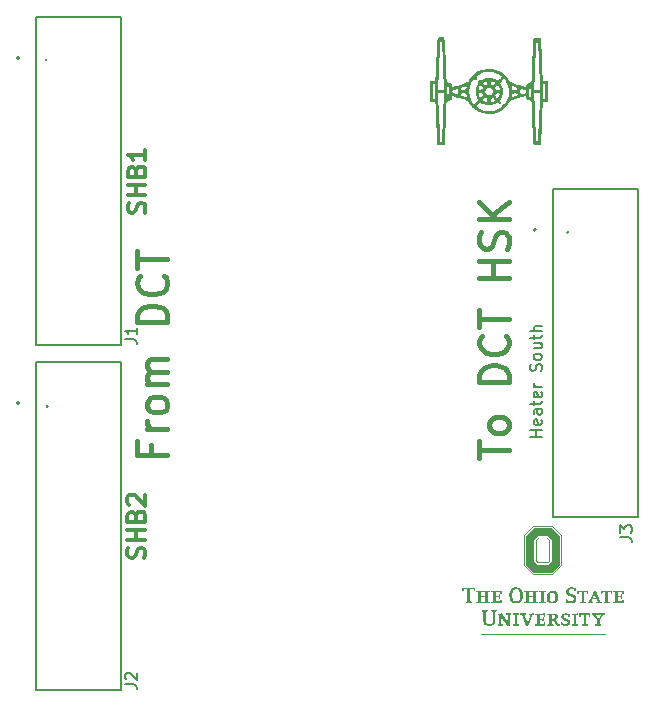
<source format=gbr>
%TF.GenerationSoftware,KiCad,Pcbnew,7.0.7*%
%TF.CreationDate,2023-09-12T23:11:04-05:00*%
%TF.ProjectId,Heater_South,48656174-6572-45f5-936f-7574682e6b69,rev?*%
%TF.SameCoordinates,Original*%
%TF.FileFunction,Legend,Top*%
%TF.FilePolarity,Positive*%
%FSLAX46Y46*%
G04 Gerber Fmt 4.6, Leading zero omitted, Abs format (unit mm)*
G04 Created by KiCad (PCBNEW 7.0.7) date 2023-09-12 23:11:04*
%MOMM*%
%LPD*%
G01*
G04 APERTURE LIST*
%ADD10C,0.254000*%
%ADD11C,0.400000*%
%ADD12C,0.150000*%
%ADD13C,0.300000*%
%ADD14C,0.127000*%
%ADD15C,0.200000*%
G04 APERTURE END LIST*
D10*
X92590001Y-80030000D02*
G75*
G03*
X92590001Y-80030000I-1J0D01*
G01*
X92500001Y-50700000D02*
G75*
G03*
X92500001Y-50700000I-1J0D01*
G01*
X136652001Y-65278000D02*
G75*
G03*
X136652001Y-65278000I-1J0D01*
G01*
D11*
X129173247Y-84396366D02*
X129173247Y-82967795D01*
X131673247Y-83682081D02*
X129173247Y-83682081D01*
X131673247Y-81777319D02*
X131554200Y-82015414D01*
X131554200Y-82015414D02*
X131435152Y-82134461D01*
X131435152Y-82134461D02*
X131197057Y-82253509D01*
X131197057Y-82253509D02*
X130482771Y-82253509D01*
X130482771Y-82253509D02*
X130244676Y-82134461D01*
X130244676Y-82134461D02*
X130125628Y-82015414D01*
X130125628Y-82015414D02*
X130006580Y-81777319D01*
X130006580Y-81777319D02*
X130006580Y-81420176D01*
X130006580Y-81420176D02*
X130125628Y-81182080D01*
X130125628Y-81182080D02*
X130244676Y-81063033D01*
X130244676Y-81063033D02*
X130482771Y-80943985D01*
X130482771Y-80943985D02*
X131197057Y-80943985D01*
X131197057Y-80943985D02*
X131435152Y-81063033D01*
X131435152Y-81063033D02*
X131554200Y-81182080D01*
X131554200Y-81182080D02*
X131673247Y-81420176D01*
X131673247Y-81420176D02*
X131673247Y-81777319D01*
X131673247Y-77967794D02*
X129173247Y-77967794D01*
X129173247Y-77967794D02*
X129173247Y-77372556D01*
X129173247Y-77372556D02*
X129292295Y-77015413D01*
X129292295Y-77015413D02*
X129530390Y-76777318D01*
X129530390Y-76777318D02*
X129768485Y-76658271D01*
X129768485Y-76658271D02*
X130244676Y-76539223D01*
X130244676Y-76539223D02*
X130601819Y-76539223D01*
X130601819Y-76539223D02*
X131078009Y-76658271D01*
X131078009Y-76658271D02*
X131316104Y-76777318D01*
X131316104Y-76777318D02*
X131554200Y-77015413D01*
X131554200Y-77015413D02*
X131673247Y-77372556D01*
X131673247Y-77372556D02*
X131673247Y-77967794D01*
X131435152Y-74039223D02*
X131554200Y-74158271D01*
X131554200Y-74158271D02*
X131673247Y-74515413D01*
X131673247Y-74515413D02*
X131673247Y-74753509D01*
X131673247Y-74753509D02*
X131554200Y-75110652D01*
X131554200Y-75110652D02*
X131316104Y-75348747D01*
X131316104Y-75348747D02*
X131078009Y-75467794D01*
X131078009Y-75467794D02*
X130601819Y-75586842D01*
X130601819Y-75586842D02*
X130244676Y-75586842D01*
X130244676Y-75586842D02*
X129768485Y-75467794D01*
X129768485Y-75467794D02*
X129530390Y-75348747D01*
X129530390Y-75348747D02*
X129292295Y-75110652D01*
X129292295Y-75110652D02*
X129173247Y-74753509D01*
X129173247Y-74753509D02*
X129173247Y-74515413D01*
X129173247Y-74515413D02*
X129292295Y-74158271D01*
X129292295Y-74158271D02*
X129411342Y-74039223D01*
X129173247Y-73324937D02*
X129173247Y-71896366D01*
X131673247Y-72610652D02*
X129173247Y-72610652D01*
X131673247Y-69158270D02*
X129173247Y-69158270D01*
X130363723Y-69158270D02*
X130363723Y-67729699D01*
X131673247Y-67729699D02*
X129173247Y-67729699D01*
X131554200Y-66658270D02*
X131673247Y-66301127D01*
X131673247Y-66301127D02*
X131673247Y-65705889D01*
X131673247Y-65705889D02*
X131554200Y-65467794D01*
X131554200Y-65467794D02*
X131435152Y-65348746D01*
X131435152Y-65348746D02*
X131197057Y-65229699D01*
X131197057Y-65229699D02*
X130958961Y-65229699D01*
X130958961Y-65229699D02*
X130720866Y-65348746D01*
X130720866Y-65348746D02*
X130601819Y-65467794D01*
X130601819Y-65467794D02*
X130482771Y-65705889D01*
X130482771Y-65705889D02*
X130363723Y-66182080D01*
X130363723Y-66182080D02*
X130244676Y-66420175D01*
X130244676Y-66420175D02*
X130125628Y-66539222D01*
X130125628Y-66539222D02*
X129887533Y-66658270D01*
X129887533Y-66658270D02*
X129649438Y-66658270D01*
X129649438Y-66658270D02*
X129411342Y-66539222D01*
X129411342Y-66539222D02*
X129292295Y-66420175D01*
X129292295Y-66420175D02*
X129173247Y-66182080D01*
X129173247Y-66182080D02*
X129173247Y-65586841D01*
X129173247Y-65586841D02*
X129292295Y-65229699D01*
X131673247Y-64158270D02*
X129173247Y-64158270D01*
X131673247Y-62729699D02*
X130244676Y-63801128D01*
X129173247Y-62729699D02*
X130601819Y-64158270D01*
X101411523Y-83270890D02*
X101411523Y-84104223D01*
X102721047Y-84104223D02*
X100221047Y-84104223D01*
X100221047Y-84104223D02*
X100221047Y-82913747D01*
X102721047Y-81961366D02*
X101054380Y-81961366D01*
X101530571Y-81961366D02*
X101292476Y-81842319D01*
X101292476Y-81842319D02*
X101173428Y-81723271D01*
X101173428Y-81723271D02*
X101054380Y-81485176D01*
X101054380Y-81485176D02*
X101054380Y-81247081D01*
X102721047Y-80056605D02*
X102602000Y-80294700D01*
X102602000Y-80294700D02*
X102482952Y-80413747D01*
X102482952Y-80413747D02*
X102244857Y-80532795D01*
X102244857Y-80532795D02*
X101530571Y-80532795D01*
X101530571Y-80532795D02*
X101292476Y-80413747D01*
X101292476Y-80413747D02*
X101173428Y-80294700D01*
X101173428Y-80294700D02*
X101054380Y-80056605D01*
X101054380Y-80056605D02*
X101054380Y-79699462D01*
X101054380Y-79699462D02*
X101173428Y-79461366D01*
X101173428Y-79461366D02*
X101292476Y-79342319D01*
X101292476Y-79342319D02*
X101530571Y-79223271D01*
X101530571Y-79223271D02*
X102244857Y-79223271D01*
X102244857Y-79223271D02*
X102482952Y-79342319D01*
X102482952Y-79342319D02*
X102602000Y-79461366D01*
X102602000Y-79461366D02*
X102721047Y-79699462D01*
X102721047Y-79699462D02*
X102721047Y-80056605D01*
X102721047Y-78151842D02*
X101054380Y-78151842D01*
X101292476Y-78151842D02*
X101173428Y-78032795D01*
X101173428Y-78032795D02*
X101054380Y-77794700D01*
X101054380Y-77794700D02*
X101054380Y-77437557D01*
X101054380Y-77437557D02*
X101173428Y-77199461D01*
X101173428Y-77199461D02*
X101411523Y-77080414D01*
X101411523Y-77080414D02*
X102721047Y-77080414D01*
X101411523Y-77080414D02*
X101173428Y-76961366D01*
X101173428Y-76961366D02*
X101054380Y-76723271D01*
X101054380Y-76723271D02*
X101054380Y-76366128D01*
X101054380Y-76366128D02*
X101173428Y-76128033D01*
X101173428Y-76128033D02*
X101411523Y-76008985D01*
X101411523Y-76008985D02*
X102721047Y-76008985D01*
X102721047Y-72913747D02*
X100221047Y-72913747D01*
X100221047Y-72913747D02*
X100221047Y-72318509D01*
X100221047Y-72318509D02*
X100340095Y-71961366D01*
X100340095Y-71961366D02*
X100578190Y-71723271D01*
X100578190Y-71723271D02*
X100816285Y-71604224D01*
X100816285Y-71604224D02*
X101292476Y-71485176D01*
X101292476Y-71485176D02*
X101649619Y-71485176D01*
X101649619Y-71485176D02*
X102125809Y-71604224D01*
X102125809Y-71604224D02*
X102363904Y-71723271D01*
X102363904Y-71723271D02*
X102602000Y-71961366D01*
X102602000Y-71961366D02*
X102721047Y-72318509D01*
X102721047Y-72318509D02*
X102721047Y-72913747D01*
X102482952Y-68985176D02*
X102602000Y-69104224D01*
X102602000Y-69104224D02*
X102721047Y-69461366D01*
X102721047Y-69461366D02*
X102721047Y-69699462D01*
X102721047Y-69699462D02*
X102602000Y-70056605D01*
X102602000Y-70056605D02*
X102363904Y-70294700D01*
X102363904Y-70294700D02*
X102125809Y-70413747D01*
X102125809Y-70413747D02*
X101649619Y-70532795D01*
X101649619Y-70532795D02*
X101292476Y-70532795D01*
X101292476Y-70532795D02*
X100816285Y-70413747D01*
X100816285Y-70413747D02*
X100578190Y-70294700D01*
X100578190Y-70294700D02*
X100340095Y-70056605D01*
X100340095Y-70056605D02*
X100221047Y-69699462D01*
X100221047Y-69699462D02*
X100221047Y-69461366D01*
X100221047Y-69461366D02*
X100340095Y-69104224D01*
X100340095Y-69104224D02*
X100459142Y-68985176D01*
X100221047Y-68270890D02*
X100221047Y-66842319D01*
X102721047Y-67556605D02*
X100221047Y-67556605D01*
D12*
X99175219Y-103558933D02*
X99889504Y-103558933D01*
X99889504Y-103558933D02*
X100032361Y-103606552D01*
X100032361Y-103606552D02*
X100127600Y-103701790D01*
X100127600Y-103701790D02*
X100175219Y-103844647D01*
X100175219Y-103844647D02*
X100175219Y-103939885D01*
X99270457Y-103130361D02*
X99222838Y-103082742D01*
X99222838Y-103082742D02*
X99175219Y-102987504D01*
X99175219Y-102987504D02*
X99175219Y-102749409D01*
X99175219Y-102749409D02*
X99222838Y-102654171D01*
X99222838Y-102654171D02*
X99270457Y-102606552D01*
X99270457Y-102606552D02*
X99365695Y-102558933D01*
X99365695Y-102558933D02*
X99460933Y-102558933D01*
X99460933Y-102558933D02*
X99603790Y-102606552D01*
X99603790Y-102606552D02*
X100175219Y-103177980D01*
X100175219Y-103177980D02*
X100175219Y-102558933D01*
D13*
X100809900Y-92848571D02*
X100881328Y-92634286D01*
X100881328Y-92634286D02*
X100881328Y-92277143D01*
X100881328Y-92277143D02*
X100809900Y-92134286D01*
X100809900Y-92134286D02*
X100738471Y-92062857D01*
X100738471Y-92062857D02*
X100595614Y-91991428D01*
X100595614Y-91991428D02*
X100452757Y-91991428D01*
X100452757Y-91991428D02*
X100309900Y-92062857D01*
X100309900Y-92062857D02*
X100238471Y-92134286D01*
X100238471Y-92134286D02*
X100167042Y-92277143D01*
X100167042Y-92277143D02*
X100095614Y-92562857D01*
X100095614Y-92562857D02*
X100024185Y-92705714D01*
X100024185Y-92705714D02*
X99952757Y-92777143D01*
X99952757Y-92777143D02*
X99809900Y-92848571D01*
X99809900Y-92848571D02*
X99667042Y-92848571D01*
X99667042Y-92848571D02*
X99524185Y-92777143D01*
X99524185Y-92777143D02*
X99452757Y-92705714D01*
X99452757Y-92705714D02*
X99381328Y-92562857D01*
X99381328Y-92562857D02*
X99381328Y-92205714D01*
X99381328Y-92205714D02*
X99452757Y-91991428D01*
X100881328Y-91348572D02*
X99381328Y-91348572D01*
X100095614Y-91348572D02*
X100095614Y-90491429D01*
X100881328Y-90491429D02*
X99381328Y-90491429D01*
X100095614Y-89277143D02*
X100167042Y-89062857D01*
X100167042Y-89062857D02*
X100238471Y-88991428D01*
X100238471Y-88991428D02*
X100381328Y-88920000D01*
X100381328Y-88920000D02*
X100595614Y-88920000D01*
X100595614Y-88920000D02*
X100738471Y-88991428D01*
X100738471Y-88991428D02*
X100809900Y-89062857D01*
X100809900Y-89062857D02*
X100881328Y-89205714D01*
X100881328Y-89205714D02*
X100881328Y-89777143D01*
X100881328Y-89777143D02*
X99381328Y-89777143D01*
X99381328Y-89777143D02*
X99381328Y-89277143D01*
X99381328Y-89277143D02*
X99452757Y-89134286D01*
X99452757Y-89134286D02*
X99524185Y-89062857D01*
X99524185Y-89062857D02*
X99667042Y-88991428D01*
X99667042Y-88991428D02*
X99809900Y-88991428D01*
X99809900Y-88991428D02*
X99952757Y-89062857D01*
X99952757Y-89062857D02*
X100024185Y-89134286D01*
X100024185Y-89134286D02*
X100095614Y-89277143D01*
X100095614Y-89277143D02*
X100095614Y-89777143D01*
X99524185Y-88348571D02*
X99452757Y-88277143D01*
X99452757Y-88277143D02*
X99381328Y-88134286D01*
X99381328Y-88134286D02*
X99381328Y-87777143D01*
X99381328Y-87777143D02*
X99452757Y-87634286D01*
X99452757Y-87634286D02*
X99524185Y-87562857D01*
X99524185Y-87562857D02*
X99667042Y-87491428D01*
X99667042Y-87491428D02*
X99809900Y-87491428D01*
X99809900Y-87491428D02*
X100024185Y-87562857D01*
X100024185Y-87562857D02*
X100881328Y-88420000D01*
X100881328Y-88420000D02*
X100881328Y-87491428D01*
D12*
X141081179Y-91098733D02*
X141795464Y-91098733D01*
X141795464Y-91098733D02*
X141938321Y-91146352D01*
X141938321Y-91146352D02*
X142033560Y-91241590D01*
X142033560Y-91241590D02*
X142081179Y-91384447D01*
X142081179Y-91384447D02*
X142081179Y-91479685D01*
X141081179Y-90717780D02*
X141081179Y-90098733D01*
X141081179Y-90098733D02*
X141462131Y-90432066D01*
X141462131Y-90432066D02*
X141462131Y-90289209D01*
X141462131Y-90289209D02*
X141509750Y-90193971D01*
X141509750Y-90193971D02*
X141557369Y-90146352D01*
X141557369Y-90146352D02*
X141652607Y-90098733D01*
X141652607Y-90098733D02*
X141890702Y-90098733D01*
X141890702Y-90098733D02*
X141985940Y-90146352D01*
X141985940Y-90146352D02*
X142033560Y-90193971D01*
X142033560Y-90193971D02*
X142081179Y-90289209D01*
X142081179Y-90289209D02*
X142081179Y-90574923D01*
X142081179Y-90574923D02*
X142033560Y-90670161D01*
X142033560Y-90670161D02*
X141985940Y-90717780D01*
X134461179Y-82590476D02*
X133461179Y-82590476D01*
X133937369Y-82590476D02*
X133937369Y-82019048D01*
X134461179Y-82019048D02*
X133461179Y-82019048D01*
X134413560Y-81161905D02*
X134461179Y-81257143D01*
X134461179Y-81257143D02*
X134461179Y-81447619D01*
X134461179Y-81447619D02*
X134413560Y-81542857D01*
X134413560Y-81542857D02*
X134318321Y-81590476D01*
X134318321Y-81590476D02*
X133937369Y-81590476D01*
X133937369Y-81590476D02*
X133842131Y-81542857D01*
X133842131Y-81542857D02*
X133794512Y-81447619D01*
X133794512Y-81447619D02*
X133794512Y-81257143D01*
X133794512Y-81257143D02*
X133842131Y-81161905D01*
X133842131Y-81161905D02*
X133937369Y-81114286D01*
X133937369Y-81114286D02*
X134032607Y-81114286D01*
X134032607Y-81114286D02*
X134127845Y-81590476D01*
X134461179Y-80257143D02*
X133937369Y-80257143D01*
X133937369Y-80257143D02*
X133842131Y-80304762D01*
X133842131Y-80304762D02*
X133794512Y-80400000D01*
X133794512Y-80400000D02*
X133794512Y-80590476D01*
X133794512Y-80590476D02*
X133842131Y-80685714D01*
X134413560Y-80257143D02*
X134461179Y-80352381D01*
X134461179Y-80352381D02*
X134461179Y-80590476D01*
X134461179Y-80590476D02*
X134413560Y-80685714D01*
X134413560Y-80685714D02*
X134318321Y-80733333D01*
X134318321Y-80733333D02*
X134223083Y-80733333D01*
X134223083Y-80733333D02*
X134127845Y-80685714D01*
X134127845Y-80685714D02*
X134080226Y-80590476D01*
X134080226Y-80590476D02*
X134080226Y-80352381D01*
X134080226Y-80352381D02*
X134032607Y-80257143D01*
X133794512Y-79923809D02*
X133794512Y-79542857D01*
X133461179Y-79780952D02*
X134318321Y-79780952D01*
X134318321Y-79780952D02*
X134413560Y-79733333D01*
X134413560Y-79733333D02*
X134461179Y-79638095D01*
X134461179Y-79638095D02*
X134461179Y-79542857D01*
X134413560Y-78828571D02*
X134461179Y-78923809D01*
X134461179Y-78923809D02*
X134461179Y-79114285D01*
X134461179Y-79114285D02*
X134413560Y-79209523D01*
X134413560Y-79209523D02*
X134318321Y-79257142D01*
X134318321Y-79257142D02*
X133937369Y-79257142D01*
X133937369Y-79257142D02*
X133842131Y-79209523D01*
X133842131Y-79209523D02*
X133794512Y-79114285D01*
X133794512Y-79114285D02*
X133794512Y-78923809D01*
X133794512Y-78923809D02*
X133842131Y-78828571D01*
X133842131Y-78828571D02*
X133937369Y-78780952D01*
X133937369Y-78780952D02*
X134032607Y-78780952D01*
X134032607Y-78780952D02*
X134127845Y-79257142D01*
X134461179Y-78352380D02*
X133794512Y-78352380D01*
X133984988Y-78352380D02*
X133889750Y-78304761D01*
X133889750Y-78304761D02*
X133842131Y-78257142D01*
X133842131Y-78257142D02*
X133794512Y-78161904D01*
X133794512Y-78161904D02*
X133794512Y-78066666D01*
X134413560Y-77019046D02*
X134461179Y-76876189D01*
X134461179Y-76876189D02*
X134461179Y-76638094D01*
X134461179Y-76638094D02*
X134413560Y-76542856D01*
X134413560Y-76542856D02*
X134365940Y-76495237D01*
X134365940Y-76495237D02*
X134270702Y-76447618D01*
X134270702Y-76447618D02*
X134175464Y-76447618D01*
X134175464Y-76447618D02*
X134080226Y-76495237D01*
X134080226Y-76495237D02*
X134032607Y-76542856D01*
X134032607Y-76542856D02*
X133984988Y-76638094D01*
X133984988Y-76638094D02*
X133937369Y-76828570D01*
X133937369Y-76828570D02*
X133889750Y-76923808D01*
X133889750Y-76923808D02*
X133842131Y-76971427D01*
X133842131Y-76971427D02*
X133746893Y-77019046D01*
X133746893Y-77019046D02*
X133651655Y-77019046D01*
X133651655Y-77019046D02*
X133556417Y-76971427D01*
X133556417Y-76971427D02*
X133508798Y-76923808D01*
X133508798Y-76923808D02*
X133461179Y-76828570D01*
X133461179Y-76828570D02*
X133461179Y-76590475D01*
X133461179Y-76590475D02*
X133508798Y-76447618D01*
X134461179Y-75876189D02*
X134413560Y-75971427D01*
X134413560Y-75971427D02*
X134365940Y-76019046D01*
X134365940Y-76019046D02*
X134270702Y-76066665D01*
X134270702Y-76066665D02*
X133984988Y-76066665D01*
X133984988Y-76066665D02*
X133889750Y-76019046D01*
X133889750Y-76019046D02*
X133842131Y-75971427D01*
X133842131Y-75971427D02*
X133794512Y-75876189D01*
X133794512Y-75876189D02*
X133794512Y-75733332D01*
X133794512Y-75733332D02*
X133842131Y-75638094D01*
X133842131Y-75638094D02*
X133889750Y-75590475D01*
X133889750Y-75590475D02*
X133984988Y-75542856D01*
X133984988Y-75542856D02*
X134270702Y-75542856D01*
X134270702Y-75542856D02*
X134365940Y-75590475D01*
X134365940Y-75590475D02*
X134413560Y-75638094D01*
X134413560Y-75638094D02*
X134461179Y-75733332D01*
X134461179Y-75733332D02*
X134461179Y-75876189D01*
X133794512Y-74685713D02*
X134461179Y-74685713D01*
X133794512Y-75114284D02*
X134318321Y-75114284D01*
X134318321Y-75114284D02*
X134413560Y-75066665D01*
X134413560Y-75066665D02*
X134461179Y-74971427D01*
X134461179Y-74971427D02*
X134461179Y-74828570D01*
X134461179Y-74828570D02*
X134413560Y-74733332D01*
X134413560Y-74733332D02*
X134365940Y-74685713D01*
X133794512Y-74352379D02*
X133794512Y-73971427D01*
X133461179Y-74209522D02*
X134318321Y-74209522D01*
X134318321Y-74209522D02*
X134413560Y-74161903D01*
X134413560Y-74161903D02*
X134461179Y-74066665D01*
X134461179Y-74066665D02*
X134461179Y-73971427D01*
X134461179Y-73638093D02*
X133461179Y-73638093D01*
X134461179Y-73209522D02*
X133937369Y-73209522D01*
X133937369Y-73209522D02*
X133842131Y-73257141D01*
X133842131Y-73257141D02*
X133794512Y-73352379D01*
X133794512Y-73352379D02*
X133794512Y-73495236D01*
X133794512Y-73495236D02*
X133842131Y-73590474D01*
X133842131Y-73590474D02*
X133889750Y-73638093D01*
X99175219Y-74348933D02*
X99889504Y-74348933D01*
X99889504Y-74348933D02*
X100032361Y-74396552D01*
X100032361Y-74396552D02*
X100127600Y-74491790D01*
X100127600Y-74491790D02*
X100175219Y-74634647D01*
X100175219Y-74634647D02*
X100175219Y-74729885D01*
X100175219Y-73348933D02*
X100175219Y-73920361D01*
X100175219Y-73634647D02*
X99175219Y-73634647D01*
X99175219Y-73634647D02*
X99318076Y-73729885D01*
X99318076Y-73729885D02*
X99413314Y-73825123D01*
X99413314Y-73825123D02*
X99460933Y-73920361D01*
D13*
X100826900Y-63638571D02*
X100898328Y-63424286D01*
X100898328Y-63424286D02*
X100898328Y-63067143D01*
X100898328Y-63067143D02*
X100826900Y-62924286D01*
X100826900Y-62924286D02*
X100755471Y-62852857D01*
X100755471Y-62852857D02*
X100612614Y-62781428D01*
X100612614Y-62781428D02*
X100469757Y-62781428D01*
X100469757Y-62781428D02*
X100326900Y-62852857D01*
X100326900Y-62852857D02*
X100255471Y-62924286D01*
X100255471Y-62924286D02*
X100184042Y-63067143D01*
X100184042Y-63067143D02*
X100112614Y-63352857D01*
X100112614Y-63352857D02*
X100041185Y-63495714D01*
X100041185Y-63495714D02*
X99969757Y-63567143D01*
X99969757Y-63567143D02*
X99826900Y-63638571D01*
X99826900Y-63638571D02*
X99684042Y-63638571D01*
X99684042Y-63638571D02*
X99541185Y-63567143D01*
X99541185Y-63567143D02*
X99469757Y-63495714D01*
X99469757Y-63495714D02*
X99398328Y-63352857D01*
X99398328Y-63352857D02*
X99398328Y-62995714D01*
X99398328Y-62995714D02*
X99469757Y-62781428D01*
X100898328Y-62138572D02*
X99398328Y-62138572D01*
X100112614Y-62138572D02*
X100112614Y-61281429D01*
X100898328Y-61281429D02*
X99398328Y-61281429D01*
X100112614Y-60067143D02*
X100184042Y-59852857D01*
X100184042Y-59852857D02*
X100255471Y-59781428D01*
X100255471Y-59781428D02*
X100398328Y-59710000D01*
X100398328Y-59710000D02*
X100612614Y-59710000D01*
X100612614Y-59710000D02*
X100755471Y-59781428D01*
X100755471Y-59781428D02*
X100826900Y-59852857D01*
X100826900Y-59852857D02*
X100898328Y-59995714D01*
X100898328Y-59995714D02*
X100898328Y-60567143D01*
X100898328Y-60567143D02*
X99398328Y-60567143D01*
X99398328Y-60567143D02*
X99398328Y-60067143D01*
X99398328Y-60067143D02*
X99469757Y-59924286D01*
X99469757Y-59924286D02*
X99541185Y-59852857D01*
X99541185Y-59852857D02*
X99684042Y-59781428D01*
X99684042Y-59781428D02*
X99826900Y-59781428D01*
X99826900Y-59781428D02*
X99969757Y-59852857D01*
X99969757Y-59852857D02*
X100041185Y-59924286D01*
X100041185Y-59924286D02*
X100112614Y-60067143D01*
X100112614Y-60067143D02*
X100112614Y-60567143D01*
X100898328Y-58281428D02*
X100898328Y-59138571D01*
X100898328Y-58710000D02*
X99398328Y-58710000D01*
X99398328Y-58710000D02*
X99612614Y-58852857D01*
X99612614Y-58852857D02*
X99755471Y-58995714D01*
X99755471Y-58995714D02*
X99826900Y-59138571D01*
D14*
%TO.C,J2*%
X98857000Y-76276000D02*
X98857000Y-104064000D01*
X91643000Y-76276000D02*
X98857000Y-76276000D01*
X98857000Y-104064000D02*
X91643000Y-104064000D01*
X91643000Y-104064000D02*
X91643000Y-76276000D01*
D15*
X90208480Y-79735680D02*
G75*
G03*
X90208480Y-79735680I-100000J0D01*
G01*
%TO.C,G\u002A\u002A\u002A*%
G36*
X126023510Y-48756312D02*
G01*
X126148996Y-48778928D01*
X126181496Y-48793966D01*
X126202219Y-48835749D01*
X126222020Y-48938598D01*
X126241490Y-49109463D01*
X126261220Y-49355294D01*
X126281798Y-49683042D01*
X126303817Y-50099656D01*
X126318600Y-50408879D01*
X126336802Y-50809140D01*
X126353389Y-51188377D01*
X126367771Y-51531949D01*
X126379358Y-51825212D01*
X126387560Y-52053525D01*
X126391787Y-52202246D01*
X126392232Y-52236127D01*
X126397019Y-52387759D01*
X126425798Y-52476359D01*
X126501747Y-52539093D01*
X126618344Y-52598691D01*
X126760926Y-52679634D01*
X126828761Y-52755647D01*
X126843787Y-52834118D01*
X126856639Y-52929231D01*
X126881361Y-52961484D01*
X126940915Y-52948632D01*
X127077494Y-52912408D01*
X127272098Y-52858038D01*
X127505721Y-52790748D01*
X127559443Y-52775030D01*
X127819056Y-52697936D01*
X128000616Y-52639155D01*
X128122341Y-52589231D01*
X128202452Y-52538708D01*
X128259167Y-52478131D01*
X128310706Y-52398043D01*
X128321650Y-52379441D01*
X128422676Y-52237961D01*
X128568551Y-52069899D01*
X128720857Y-51918150D01*
X129065133Y-51665882D01*
X129438721Y-51502659D01*
X129829212Y-51426427D01*
X130224200Y-51435133D01*
X130611279Y-51526720D01*
X130978043Y-51699136D01*
X131312084Y-51950326D01*
X131600997Y-52278236D01*
X131688407Y-52409529D01*
X131740293Y-52484328D01*
X131802355Y-52543241D01*
X131893026Y-52595422D01*
X132030742Y-52650030D01*
X132233936Y-52716219D01*
X132419675Y-52772744D01*
X132657713Y-52843073D01*
X132862947Y-52901352D01*
X133015362Y-52942066D01*
X133094945Y-52959702D01*
X133099291Y-52960015D01*
X133141983Y-52917167D01*
X133156213Y-52834118D01*
X133178020Y-52742497D01*
X133257962Y-52666069D01*
X133373578Y-52602616D01*
X133590942Y-52497013D01*
X133650612Y-50962538D01*
X133666714Y-50563105D01*
X133683180Y-50181081D01*
X133699253Y-49832122D01*
X133714179Y-49531884D01*
X133727201Y-49296022D01*
X133737563Y-49140192D01*
X133739915Y-49112714D01*
X133769548Y-48797364D01*
X134076589Y-48812122D01*
X134383630Y-48826879D01*
X134466351Y-50630430D01*
X134485471Y-51044741D01*
X134503301Y-51426205D01*
X134519296Y-51763557D01*
X134532913Y-52045533D01*
X134543608Y-52260867D01*
X134550838Y-52398294D01*
X134554024Y-52446505D01*
X134602016Y-52453993D01*
X134717652Y-52458469D01*
X134784419Y-52459029D01*
X135009862Y-52459029D01*
X135009862Y-53360804D01*
X135009862Y-54262580D01*
X134784419Y-54262580D01*
X134648640Y-54265081D01*
X134565570Y-54271407D01*
X134554024Y-54275104D01*
X134550674Y-54326239D01*
X134543331Y-54466203D01*
X134532539Y-54683732D01*
X134518841Y-54967559D01*
X134502782Y-55306421D01*
X134484905Y-55689051D01*
X134466351Y-56091179D01*
X134383630Y-57894729D01*
X134076589Y-57909487D01*
X133769548Y-57924245D01*
X133739915Y-57608895D01*
X133730445Y-57478635D01*
X133718101Y-57263899D01*
X133703639Y-56980343D01*
X133687815Y-56643623D01*
X133671384Y-56269393D01*
X133655102Y-55873311D01*
X133650612Y-55759071D01*
X133590942Y-54224596D01*
X133373578Y-54118992D01*
X133237429Y-54042449D01*
X133172891Y-53969417D01*
X133156222Y-53872633D01*
X133156213Y-53869403D01*
X133156213Y-53725417D01*
X132474412Y-53929808D01*
X131792610Y-54134200D01*
X131631263Y-54386259D01*
X131359949Y-54723262D01*
X131032489Y-54986165D01*
X130662885Y-55170923D01*
X130265143Y-55273487D01*
X129853265Y-55289812D01*
X129441255Y-55215850D01*
X129150075Y-55103305D01*
X128905611Y-54951675D01*
X128657262Y-54741527D01*
X128563748Y-54639730D01*
X128947929Y-54639730D01*
X128991057Y-54699255D01*
X129103554Y-54778244D01*
X129260089Y-54863426D01*
X129435332Y-54941530D01*
X129603952Y-54999287D01*
X129660458Y-55013022D01*
X130022525Y-55040265D01*
X130401310Y-54982491D01*
X130735779Y-54859663D01*
X130907979Y-54769831D01*
X131006518Y-54696390D01*
X131051866Y-54621392D01*
X131061420Y-54574120D01*
X131094151Y-54471329D01*
X131177956Y-54437850D01*
X131202232Y-54436973D01*
X131275839Y-54421420D01*
X131343306Y-54363930D01*
X131420518Y-54246382D01*
X131499528Y-54097808D01*
X131591123Y-53905723D01*
X131642762Y-53751241D01*
X131644221Y-53740642D01*
X131903748Y-53740642D01*
X131907463Y-53787633D01*
X131934238Y-53806273D01*
X132007516Y-53797825D01*
X132150741Y-53763553D01*
X132182155Y-53755646D01*
X132330465Y-53705506D01*
X132396708Y-53645327D01*
X132404734Y-53605350D01*
X132387445Y-53545503D01*
X132318996Y-53517642D01*
X132184650Y-53511100D01*
X132020300Y-53528929D01*
X131932937Y-53592443D01*
X131904152Y-53716685D01*
X131903748Y-53740642D01*
X131644221Y-53740642D01*
X131665163Y-53588487D01*
X131669051Y-53372330D01*
X131668573Y-53360804D01*
X132655227Y-53360804D01*
X132658130Y-53503750D01*
X132665552Y-53594441D01*
X132671352Y-53611298D01*
X132723850Y-53596563D01*
X132800001Y-53571918D01*
X133412254Y-53571918D01*
X133417878Y-53747683D01*
X133436260Y-53852985D01*
X133469553Y-53902511D01*
X133505331Y-53911889D01*
X133529584Y-53863405D01*
X133546667Y-53724011D01*
X133555395Y-53511100D01*
X133798947Y-53511100D01*
X133827765Y-53874315D01*
X133837504Y-54023728D01*
X133849928Y-54255336D01*
X133864200Y-54551197D01*
X133879484Y-54893373D01*
X133894945Y-55263921D01*
X133907693Y-55590193D01*
X133927680Y-56106392D01*
X133945452Y-56531061D01*
X133961756Y-56872826D01*
X133977335Y-57140309D01*
X133992936Y-57342137D01*
X134009303Y-57486932D01*
X134027180Y-57583320D01*
X134047315Y-57639925D01*
X134070450Y-57665370D01*
X134087312Y-57669286D01*
X134128595Y-57642288D01*
X134151347Y-57550261D01*
X134159385Y-57376655D01*
X134159519Y-57356169D01*
X134162241Y-57226381D01*
X134169289Y-57012182D01*
X134180034Y-56729237D01*
X134193848Y-56393211D01*
X134210104Y-56019768D01*
X134228172Y-55624573D01*
X134233334Y-55515045D01*
X134251687Y-55121302D01*
X134268421Y-54749222D01*
X134282918Y-54413577D01*
X134294560Y-54129137D01*
X134302730Y-53910676D01*
X134306811Y-53772963D01*
X134307149Y-53749069D01*
X134308482Y-53511100D01*
X134053714Y-53511100D01*
X133798947Y-53511100D01*
X133555395Y-53511100D01*
X133555735Y-53502795D01*
X133556966Y-53360804D01*
X134558975Y-53360804D01*
X134559825Y-53626687D01*
X134564012Y-53808344D01*
X134573993Y-53921742D01*
X134592225Y-53982851D01*
X134621164Y-54007637D01*
X134659172Y-54012086D01*
X134700077Y-54006563D01*
X134728024Y-53979346D01*
X134745470Y-53914468D01*
X134754871Y-53795962D01*
X134758685Y-53607859D01*
X134759369Y-53360804D01*
X134758519Y-53094922D01*
X134754332Y-52913265D01*
X134744351Y-52799867D01*
X134726119Y-52738758D01*
X134697180Y-52713972D01*
X134659172Y-52709522D01*
X134618267Y-52715046D01*
X134590320Y-52742263D01*
X134572874Y-52807141D01*
X134563473Y-52925647D01*
X134559659Y-53113750D01*
X134558975Y-53360804D01*
X133556966Y-53360804D01*
X133557002Y-53356630D01*
X133555389Y-53210509D01*
X133798947Y-53210509D01*
X134053714Y-53210509D01*
X134308482Y-53210509D01*
X134307149Y-52972540D01*
X134304454Y-52862722D01*
X134297480Y-52667599D01*
X134286843Y-52401940D01*
X134273161Y-52080518D01*
X134257052Y-51718104D01*
X134239132Y-51329468D01*
X134233334Y-51206564D01*
X134214880Y-50808154D01*
X134198067Y-50427224D01*
X134183525Y-50079436D01*
X134171880Y-49780457D01*
X134163761Y-49545950D01*
X134159797Y-49391579D01*
X134159519Y-49365440D01*
X134152634Y-49183562D01*
X134131383Y-49084775D01*
X134091950Y-49052527D01*
X134087312Y-49052323D01*
X134061846Y-49062247D01*
X134039861Y-49097767D01*
X134020613Y-49167508D01*
X134003357Y-49280095D01*
X133987348Y-49444151D01*
X133971840Y-49668301D01*
X133956089Y-49961170D01*
X133939349Y-50331380D01*
X133920876Y-50787558D01*
X133907693Y-51131416D01*
X133892745Y-51512001D01*
X133877257Y-51879576D01*
X133862067Y-52216199D01*
X133848009Y-52503931D01*
X133835920Y-52724831D01*
X133827765Y-52847294D01*
X133798947Y-53210509D01*
X133555389Y-53210509D01*
X133554201Y-53102932D01*
X133544848Y-52937165D01*
X133527522Y-52847190D01*
X133500802Y-52820873D01*
X133494379Y-52822122D01*
X133458958Y-52879516D01*
X133433927Y-53027503D01*
X133418606Y-53270393D01*
X133417235Y-53311000D01*
X133412254Y-53571918D01*
X132800001Y-53571918D01*
X132840089Y-53558944D01*
X132924590Y-53530505D01*
X133069847Y-53472201D01*
X133136978Y-53416392D01*
X133146434Y-53347895D01*
X133097060Y-53265701D01*
X132967066Y-53198879D01*
X132905720Y-53178955D01*
X132770517Y-53139274D01*
X132683371Y-53114782D01*
X132667752Y-53111072D01*
X132660607Y-53155706D01*
X132656072Y-53270659D01*
X132655227Y-53360804D01*
X131668573Y-53360804D01*
X131658176Y-53110087D01*
X131637464Y-52992053D01*
X131907959Y-52992053D01*
X131923735Y-53082929D01*
X131955881Y-53162737D01*
X132019734Y-53200051D01*
X132146388Y-53210334D01*
X132180245Y-53210509D01*
X132321775Y-53203346D01*
X132388378Y-53174991D01*
X132404734Y-53116822D01*
X132372553Y-53045293D01*
X132265002Y-52987190D01*
X132177854Y-52959613D01*
X132015654Y-52922302D01*
X131930784Y-52930642D01*
X131907959Y-52992053D01*
X131637464Y-52992053D01*
X131621669Y-52902039D01*
X131547448Y-52704299D01*
X131423425Y-52472978D01*
X131419590Y-52466399D01*
X131292299Y-52248324D01*
X131105041Y-52431176D01*
X130917784Y-52614028D01*
X131035026Y-52845611D01*
X131136255Y-53151802D01*
X131148794Y-53476619D01*
X131072687Y-53792156D01*
X131033352Y-53879305D01*
X130974377Y-54015343D01*
X130950575Y-54112555D01*
X130958204Y-54141245D01*
X130997167Y-54213834D01*
X130993432Y-54316475D01*
X130949680Y-54389182D01*
X130872414Y-54388585D01*
X130824405Y-54360932D01*
X130759560Y-54332605D01*
X130662590Y-54346275D01*
X130506237Y-54405841D01*
X130504196Y-54406718D01*
X130166292Y-54499253D01*
X129817649Y-54496894D01*
X129493469Y-54405713D01*
X129243906Y-54298354D01*
X129095918Y-54440136D01*
X129002395Y-54542829D01*
X128951210Y-54624492D01*
X128947929Y-54639730D01*
X128563748Y-54639730D01*
X128441103Y-54506222D01*
X128326838Y-54341981D01*
X128272925Y-54254913D01*
X128217718Y-54190061D01*
X128142655Y-54137606D01*
X128029172Y-54087726D01*
X127858708Y-54030603D01*
X127612700Y-53956417D01*
X127579277Y-53946510D01*
X127340953Y-53877116D01*
X127135622Y-53819597D01*
X126983259Y-53779386D01*
X126903836Y-53761917D01*
X126899448Y-53761593D01*
X126857699Y-53804451D01*
X126843787Y-53887491D01*
X126822888Y-53977269D01*
X126745787Y-54052609D01*
X126618344Y-54122918D01*
X126392900Y-54232447D01*
X126391567Y-54510531D01*
X126388858Y-54630982D01*
X126381844Y-54836264D01*
X126371150Y-55111133D01*
X126357398Y-55440344D01*
X126341211Y-55808654D01*
X126323212Y-56200817D01*
X126317752Y-56316623D01*
X126299658Y-56698357D01*
X126283128Y-57047677D01*
X126268752Y-57352059D01*
X126257121Y-57598977D01*
X126248825Y-57775905D01*
X126244454Y-57870321D01*
X126243937Y-57882205D01*
X126198616Y-57908323D01*
X126086601Y-57920651D01*
X125940252Y-57920485D01*
X125791930Y-57909120D01*
X125673994Y-57887853D01*
X125618806Y-57857979D01*
X125618517Y-57857156D01*
X125611649Y-57792693D01*
X125601942Y-57641263D01*
X125590041Y-57416034D01*
X125576591Y-57130175D01*
X125562238Y-56796855D01*
X125547625Y-56429243D01*
X125544312Y-56341672D01*
X125529139Y-55952213D01*
X125513549Y-55579740D01*
X125498307Y-55240535D01*
X125484175Y-54950878D01*
X125471919Y-54727051D01*
X125462301Y-54585334D01*
X125461458Y-54575696D01*
X125433051Y-54262580D01*
X125211595Y-54262580D01*
X124990139Y-54262580D01*
X124990139Y-53360804D01*
X125240632Y-53360804D01*
X125241481Y-53626687D01*
X125245669Y-53808344D01*
X125255650Y-53921742D01*
X125273882Y-53982851D01*
X125302820Y-54007637D01*
X125340829Y-54012086D01*
X125381734Y-54006563D01*
X125409681Y-53979346D01*
X125427127Y-53914468D01*
X125436528Y-53795962D01*
X125440342Y-53607859D01*
X125440610Y-53511100D01*
X125691519Y-53511100D01*
X125692852Y-53749069D01*
X125695546Y-53858886D01*
X125702521Y-54054010D01*
X125713158Y-54319669D01*
X125726839Y-54641091D01*
X125742949Y-55003505D01*
X125760869Y-55392140D01*
X125766667Y-55515045D01*
X125785121Y-55913455D01*
X125801934Y-56294385D01*
X125816476Y-56642172D01*
X125828121Y-56941152D01*
X125836240Y-57175659D01*
X125840204Y-57330029D01*
X125840482Y-57356169D01*
X125847315Y-57537805D01*
X125868449Y-57636516D01*
X125907756Y-57669031D01*
X125912975Y-57669286D01*
X125958899Y-57634225D01*
X125991795Y-57521104D01*
X126012200Y-57356169D01*
X126021607Y-57221934D01*
X126033698Y-57004513D01*
X126047674Y-56720857D01*
X126062735Y-56387916D01*
X126078079Y-56022640D01*
X126092032Y-55665341D01*
X126107069Y-55279936D01*
X126122675Y-54906213D01*
X126138019Y-54562220D01*
X126152270Y-54266006D01*
X126164597Y-54035618D01*
X126173366Y-53899365D01*
X126202934Y-53511100D01*
X125947227Y-53511100D01*
X125691519Y-53511100D01*
X125440610Y-53511100D01*
X125441026Y-53360804D01*
X126442998Y-53360804D01*
X126445771Y-53615570D01*
X126455026Y-53782385D01*
X126472175Y-53873369D01*
X126498626Y-53900640D01*
X126505622Y-53899365D01*
X126536875Y-53853079D01*
X126556858Y-53732509D01*
X126566715Y-53527817D01*
X126568245Y-53360804D01*
X126568035Y-53348224D01*
X126842272Y-53348224D01*
X126873316Y-53429578D01*
X127003981Y-53507782D01*
X127056707Y-53528020D01*
X127193341Y-53574464D01*
X127288472Y-53603298D01*
X127307200Y-53607342D01*
X127309089Y-53603576D01*
X127595267Y-53603576D01*
X127628916Y-53682617D01*
X127741270Y-53739316D01*
X127783137Y-53751439D01*
X127953985Y-53793125D01*
X128048761Y-53800381D01*
X128087179Y-53768180D01*
X128088952Y-53691494D01*
X128087056Y-53673921D01*
X128067915Y-53589634D01*
X128017089Y-53546099D01*
X127906394Y-53526321D01*
X127833235Y-53520880D01*
X127688422Y-53516762D01*
X127617740Y-53534659D01*
X127596009Y-53583325D01*
X127595267Y-53603576D01*
X127309089Y-53603576D01*
X127328605Y-53564669D01*
X127342213Y-53451196D01*
X127344774Y-53360804D01*
X128333611Y-53360804D01*
X128342946Y-53616626D01*
X128378836Y-53821587D01*
X128453109Y-54018549D01*
X128577592Y-54250375D01*
X128580411Y-54255210D01*
X128707702Y-54473284D01*
X128894959Y-54290433D01*
X129082217Y-54107581D01*
X129053588Y-54051031D01*
X129509794Y-54051031D01*
X129525531Y-54137704D01*
X129636785Y-54204351D01*
X129766991Y-54246804D01*
X129829130Y-54239279D01*
X129848335Y-54168583D01*
X129849705Y-54092594D01*
X130150296Y-54092594D01*
X130154847Y-54206430D01*
X130165991Y-54261608D01*
X130167870Y-54262580D01*
X130222221Y-54247800D01*
X130331070Y-54211796D01*
X130343215Y-54207580D01*
X130467171Y-54140883D01*
X130492713Y-54058527D01*
X130421047Y-53955602D01*
X130408035Y-53943495D01*
X130294322Y-53882696D01*
X130204921Y-53912692D01*
X130155430Y-54024458D01*
X130150296Y-54092594D01*
X129849705Y-54092594D01*
X129821319Y-53949593D01*
X129746561Y-53884624D01*
X129641029Y-53906711D01*
X129591966Y-53943495D01*
X129509794Y-54051031D01*
X129053588Y-54051031D01*
X128964974Y-53875998D01*
X128866879Y-53577355D01*
X128865173Y-53539248D01*
X129110085Y-53539248D01*
X129119691Y-53610070D01*
X129174926Y-53747987D01*
X129251626Y-53931557D01*
X129377341Y-53805841D01*
X129465490Y-53682863D01*
X129470626Y-53595613D01*
X129391836Y-53527710D01*
X129268210Y-53511100D01*
X129156473Y-53514178D01*
X129110085Y-53539248D01*
X128865173Y-53539248D01*
X128857765Y-53373814D01*
X129676196Y-53373814D01*
X129699920Y-53487396D01*
X129777586Y-53601097D01*
X129924433Y-53686097D01*
X129984214Y-53708319D01*
X130031961Y-53695046D01*
X130122884Y-53662295D01*
X130188407Y-53614384D01*
X130524769Y-53614384D01*
X130554813Y-53725748D01*
X130608500Y-53794431D01*
X130689730Y-53875337D01*
X130736590Y-53911731D01*
X130737720Y-53911889D01*
X130767118Y-53870661D01*
X130816202Y-53768528D01*
X130829184Y-53738153D01*
X130882940Y-53602689D01*
X130888654Y-53535846D01*
X130835932Y-53513390D01*
X130731790Y-53511100D01*
X130585477Y-53538892D01*
X130524769Y-53614384D01*
X130188407Y-53614384D01*
X130250996Y-53568619D01*
X130313990Y-53430259D01*
X130311698Y-53278018D01*
X130243954Y-53142698D01*
X130126145Y-53060554D01*
X129978157Y-53042540D01*
X130532820Y-53042540D01*
X130535670Y-53140557D01*
X130627186Y-53198950D01*
X130731790Y-53210509D01*
X130845611Y-53203607D01*
X130900799Y-53186707D01*
X130901776Y-53183850D01*
X130884172Y-53124772D01*
X130840379Y-53010785D01*
X130825075Y-52973622D01*
X130748375Y-52790052D01*
X130622660Y-52915768D01*
X130532820Y-53042540D01*
X129978157Y-53042540D01*
X129954703Y-53039685D01*
X129809013Y-53098510D01*
X129709401Y-53216672D01*
X129676196Y-53373814D01*
X128857765Y-53373814D01*
X128852455Y-53255248D01*
X128868488Y-53182939D01*
X129110313Y-53182939D01*
X129157505Y-53207563D01*
X129268210Y-53210509D01*
X129414848Y-53184291D01*
X129470626Y-53125996D01*
X129458415Y-53022802D01*
X129377341Y-52915768D01*
X129251626Y-52790052D01*
X129174926Y-52973622D01*
X129119238Y-53112878D01*
X129110313Y-53182939D01*
X128868488Y-53182939D01*
X128921969Y-52941741D01*
X128956534Y-52859818D01*
X129017616Y-52702742D01*
X129038991Y-52610894D01*
X129432924Y-52610894D01*
X129549850Y-52735356D01*
X129632491Y-52821985D01*
X129680327Y-52853455D01*
X129729628Y-52845230D01*
X129770459Y-52829409D01*
X129832249Y-52754213D01*
X129849705Y-52629014D01*
X129846576Y-52516989D01*
X129837654Y-52500666D01*
X130147290Y-52500666D01*
X130147747Y-52598589D01*
X130164281Y-52712320D01*
X130191930Y-52801380D01*
X130212920Y-52826639D01*
X130289421Y-52851128D01*
X130345572Y-52831537D01*
X130409369Y-52776906D01*
X130490179Y-52672046D01*
X130473831Y-52587880D01*
X130359167Y-52519794D01*
X130343215Y-52514029D01*
X130231159Y-52476612D01*
X130169679Y-52459190D01*
X130167870Y-52459029D01*
X130147290Y-52500666D01*
X129837654Y-52500666D01*
X129821295Y-52470735D01*
X129750014Y-52480709D01*
X129614656Y-52534962D01*
X129432924Y-52610894D01*
X129038991Y-52610894D01*
X129049988Y-52563642D01*
X129051504Y-52517527D01*
X129060986Y-52430314D01*
X129132630Y-52410484D01*
X129156723Y-52412308D01*
X129270656Y-52398197D01*
X129425094Y-52349126D01*
X129499014Y-52317338D01*
X129805064Y-52225489D01*
X130135530Y-52218980D01*
X130462259Y-52297852D01*
X130506532Y-52315896D01*
X130756095Y-52423255D01*
X130904083Y-52281473D01*
X130997743Y-52177508D01*
X131048868Y-52093077D01*
X131052071Y-52077056D01*
X131010179Y-52026001D01*
X130899661Y-51949323D01*
X130743261Y-51862527D01*
X130721654Y-51851756D01*
X130528058Y-51763594D01*
X130367995Y-51714672D01*
X130194243Y-51694407D01*
X130007749Y-51691754D01*
X129747057Y-51702721D01*
X129539641Y-51739489D01*
X129341790Y-51814143D01*
X129109793Y-51938766D01*
X129105764Y-51941116D01*
X128975136Y-52027969D01*
X128929346Y-52089724D01*
X128942944Y-52123392D01*
X128991287Y-52218819D01*
X128998028Y-52268655D01*
X128960364Y-52339596D01*
X128873554Y-52357549D01*
X128776871Y-52316661D01*
X128762588Y-52303748D01*
X128712411Y-52295524D01*
X128644176Y-52365848D01*
X128580312Y-52466568D01*
X128454814Y-52699433D01*
X128379753Y-52896693D01*
X128343297Y-53101241D01*
X128333613Y-53355968D01*
X128333611Y-53360804D01*
X127344774Y-53360804D01*
X127341871Y-53217858D01*
X127334449Y-53127167D01*
X127331640Y-53119004D01*
X127595267Y-53119004D01*
X127608106Y-53177245D01*
X127663363Y-53202526D01*
X127786145Y-53203470D01*
X127833235Y-53200729D01*
X127978401Y-53185947D01*
X128051557Y-53154728D01*
X128080889Y-53090076D01*
X128087056Y-53047688D01*
X128094293Y-52962442D01*
X128076160Y-52922347D01*
X128010870Y-52920790D01*
X127876639Y-52951157D01*
X127817846Y-52965963D01*
X127670994Y-53015082D01*
X127604627Y-53073924D01*
X127595267Y-53119004D01*
X127331640Y-53119004D01*
X127328649Y-53110311D01*
X127276126Y-53125038D01*
X127160076Y-53162595D01*
X127078156Y-53190169D01*
X126910627Y-53267247D01*
X126842272Y-53348224D01*
X126568035Y-53348224D01*
X126563906Y-53101002D01*
X126550127Y-52931215D01*
X126525763Y-52841606D01*
X126505622Y-52822244D01*
X126477000Y-52837468D01*
X126457981Y-52913814D01*
X126447156Y-53063400D01*
X126443117Y-53298345D01*
X126442998Y-53360804D01*
X125441026Y-53360804D01*
X125440546Y-53210509D01*
X125691519Y-53210509D01*
X125947227Y-53210509D01*
X126202934Y-53210509D01*
X126173366Y-52822244D01*
X126163485Y-52666620D01*
X126150931Y-52428907D01*
X126136534Y-52127156D01*
X126121127Y-51779413D01*
X126105540Y-51403728D01*
X126092032Y-51056268D01*
X126072562Y-50551014D01*
X126055246Y-50137084D01*
X126039298Y-49805649D01*
X126023927Y-49547879D01*
X126008344Y-49354945D01*
X125991761Y-49218018D01*
X125973389Y-49128267D01*
X125952438Y-49076863D01*
X125928121Y-49054978D01*
X125912975Y-49052323D01*
X125871582Y-49078986D01*
X125848761Y-49170128D01*
X125840638Y-49342477D01*
X125840482Y-49365440D01*
X125837760Y-49495228D01*
X125830712Y-49709427D01*
X125819967Y-49992372D01*
X125806153Y-50328398D01*
X125789897Y-50701841D01*
X125771829Y-51097036D01*
X125766667Y-51206564D01*
X125748313Y-51600307D01*
X125731579Y-51972387D01*
X125717083Y-52308032D01*
X125705441Y-52592471D01*
X125697270Y-52810933D01*
X125693190Y-52948646D01*
X125692852Y-52972540D01*
X125691519Y-53210509D01*
X125440546Y-53210509D01*
X125440176Y-53094922D01*
X125435989Y-52913265D01*
X125426008Y-52799867D01*
X125407776Y-52738758D01*
X125378837Y-52713972D01*
X125340829Y-52709522D01*
X125299924Y-52715046D01*
X125271977Y-52742263D01*
X125254531Y-52807141D01*
X125245129Y-52925647D01*
X125241316Y-53113750D01*
X125240632Y-53360804D01*
X124990139Y-53360804D01*
X124990139Y-52459029D01*
X125210663Y-52459029D01*
X125431188Y-52459029D01*
X125459794Y-52170962D01*
X125469041Y-52047183D01*
X125481127Y-51838833D01*
X125495299Y-51561475D01*
X125510806Y-51230671D01*
X125526895Y-50861984D01*
X125542813Y-50470975D01*
X125546355Y-50379937D01*
X125562539Y-49999821D01*
X125580313Y-49650882D01*
X125598788Y-49346046D01*
X125617074Y-49098237D01*
X125634283Y-48920382D01*
X125649525Y-48825406D01*
X125654049Y-48814355D01*
X125734233Y-48775641D01*
X125871322Y-48755755D01*
X126023510Y-48756312D01*
G37*
D14*
%TO.C,J3*%
X142607000Y-61606000D02*
X142607000Y-89394000D01*
X135393000Y-61606000D02*
X142607000Y-61606000D01*
X142607000Y-89394000D02*
X135393000Y-89394000D01*
X135393000Y-89394000D02*
X135393000Y-61606000D01*
D15*
X133958480Y-65065680D02*
G75*
G03*
X133958480Y-65065680I-100000J0D01*
G01*
%TO.C,G\u002A\u002A\u002A*%
G36*
X139858737Y-99354375D02*
G01*
X129279663Y-99354375D01*
X129279663Y-99277715D01*
X139858737Y-99277715D01*
X139858737Y-99354375D01*
G37*
G36*
X140420911Y-95917453D02*
G01*
X140321998Y-95917453D01*
X140304652Y-95764133D01*
X140075941Y-95764133D01*
X140075941Y-96542241D01*
X140229261Y-96559587D01*
X140229261Y-96658499D01*
X139692641Y-96658499D01*
X139692641Y-96559587D01*
X139845961Y-96542241D01*
X139845961Y-95764133D01*
X139617250Y-95764133D01*
X139599904Y-95917453D01*
X139500991Y-95917453D01*
X139500991Y-95636367D01*
X140420911Y-95636367D01*
X140420911Y-95917453D01*
G37*
G36*
X135987410Y-91005002D02*
G01*
X135987410Y-93445800D01*
X135645089Y-93787260D01*
X135302768Y-94128721D01*
X133834368Y-94128721D01*
X133486291Y-93780471D01*
X133138214Y-93432222D01*
X133138214Y-93138112D01*
X133840931Y-93138112D01*
X134115193Y-93413228D01*
X135022335Y-93413228D01*
X135153514Y-93282495D01*
X135284693Y-93151763D01*
X135284693Y-91299108D01*
X135010431Y-91023992D01*
X134128805Y-91023992D01*
X133840931Y-91311050D01*
X133840931Y-93138112D01*
X133138214Y-93138112D01*
X133138214Y-91017430D01*
X133486464Y-90669353D01*
X133834713Y-90321276D01*
X135304036Y-90321276D01*
X135987410Y-91005002D01*
G37*
G36*
X132537711Y-97652570D02*
G01*
X132461051Y-97661467D01*
X132384391Y-97670365D01*
X132384391Y-98457108D01*
X132457857Y-98468141D01*
X132499058Y-98474984D01*
X132521365Y-98482902D01*
X132531157Y-98496749D01*
X132534811Y-98521381D01*
X132535288Y-98527086D01*
X132539254Y-98574998D01*
X132001092Y-98574998D01*
X132001092Y-98529879D01*
X132002460Y-98503513D01*
X132010176Y-98487274D01*
X132029656Y-98477461D01*
X132066316Y-98470373D01*
X132093722Y-98466568D01*
X132154412Y-98458443D01*
X132154412Y-97670365D01*
X132077752Y-97661467D01*
X132001092Y-97652570D01*
X132001092Y-97552866D01*
X132537711Y-97552866D01*
X132537711Y-97652570D01*
G37*
G36*
X135078000Y-91246023D02*
G01*
X135182480Y-91353063D01*
X135182480Y-93096934D01*
X135078000Y-93203974D01*
X134973521Y-93311015D01*
X134166171Y-93311015D01*
X134061046Y-93205340D01*
X133955921Y-93099666D01*
X133955921Y-93073959D01*
X134032581Y-93073959D01*
X134191551Y-93234355D01*
X134945424Y-93234355D01*
X135025622Y-93154870D01*
X135105820Y-93075384D01*
X135105820Y-91375992D01*
X134934020Y-91202866D01*
X134205707Y-91202866D01*
X134119144Y-91288765D01*
X134032581Y-91374665D01*
X134032581Y-93073959D01*
X133955921Y-93073959D01*
X133955921Y-91349233D01*
X134061595Y-91244108D01*
X134167269Y-91138982D01*
X134973521Y-91138982D01*
X135078000Y-91246023D01*
G37*
G36*
X138568295Y-97833952D02*
G01*
X138469382Y-97833952D01*
X138452036Y-97680632D01*
X138223325Y-97680632D01*
X138223325Y-98457108D01*
X138296791Y-98468141D01*
X138337992Y-98474984D01*
X138360299Y-98482902D01*
X138370090Y-98496749D01*
X138373744Y-98521381D01*
X138374222Y-98527086D01*
X138378187Y-98574998D01*
X137838483Y-98574998D01*
X137842448Y-98527086D01*
X137845688Y-98500099D01*
X137853963Y-98484735D01*
X137873652Y-98476140D01*
X137911132Y-98469458D01*
X137919879Y-98468141D01*
X137993345Y-98457108D01*
X137993345Y-97680632D01*
X137765874Y-97680632D01*
X137748080Y-97833952D01*
X137648375Y-97833952D01*
X137648375Y-97552866D01*
X138568295Y-97552866D01*
X138568295Y-97833952D01*
G37*
G36*
X135768409Y-90531958D02*
G01*
X136153506Y-90921513D01*
X136153506Y-93509207D01*
X135760548Y-93902012D01*
X135367589Y-94294817D01*
X133754429Y-94294817D01*
X133370141Y-93901935D01*
X132985854Y-93509053D01*
X132985840Y-93470563D01*
X133048778Y-93470563D01*
X133796050Y-94218157D01*
X135342353Y-94218157D01*
X136076585Y-93483499D01*
X136085216Y-92220804D01*
X136093846Y-90958108D01*
X135724488Y-90588586D01*
X135355130Y-90219063D01*
X133783598Y-90219063D01*
X133416188Y-90586309D01*
X133048778Y-90953556D01*
X133048778Y-93470563D01*
X132985840Y-93470563D01*
X132985374Y-92212143D01*
X132984894Y-90915234D01*
X133371466Y-90528818D01*
X133758037Y-90142403D01*
X135383311Y-90142403D01*
X135768409Y-90531958D01*
G37*
G36*
X137533385Y-97650943D02*
G01*
X137459920Y-97662593D01*
X137386454Y-97674244D01*
X137379700Y-98457054D01*
X137453349Y-98468114D01*
X137494613Y-98474962D01*
X137516974Y-98482862D01*
X137526803Y-98496655D01*
X137530468Y-98521179D01*
X137530962Y-98527086D01*
X137534928Y-98574998D01*
X136996766Y-98574998D01*
X136996766Y-98529879D01*
X136998134Y-98503513D01*
X137005851Y-98487274D01*
X137025331Y-98477461D01*
X137061990Y-98470373D01*
X137089396Y-98466568D01*
X137150086Y-98458443D01*
X137150086Y-97670756D01*
X137076620Y-97659723D01*
X137035474Y-97652917D01*
X137013549Y-97645288D01*
X137004795Y-97632243D01*
X137003159Y-97609190D01*
X137003154Y-97603972D01*
X137003154Y-97559254D01*
X137268270Y-97555801D01*
X137533385Y-97552347D01*
X137533385Y-97650943D01*
G37*
G36*
X134786403Y-95735279D02*
G01*
X134709744Y-95743952D01*
X134633084Y-95752625D01*
X134633084Y-96140925D01*
X134633489Y-96254763D01*
X134634669Y-96351881D01*
X134636565Y-96430472D01*
X134639121Y-96488734D01*
X134642280Y-96524859D01*
X134645556Y-96536933D01*
X134664722Y-96542812D01*
X134699653Y-96549198D01*
X134722216Y-96552243D01*
X134786403Y-96559845D01*
X134786403Y-96658499D01*
X134248241Y-96658499D01*
X134252207Y-96610587D01*
X134255447Y-96583600D01*
X134263722Y-96568236D01*
X134283411Y-96559641D01*
X134320891Y-96552959D01*
X134329638Y-96551642D01*
X134403104Y-96540609D01*
X134403104Y-95754257D01*
X134329638Y-95743224D01*
X134288437Y-95736381D01*
X134266130Y-95728463D01*
X134256339Y-95714616D01*
X134252684Y-95689984D01*
X134252207Y-95684279D01*
X134248241Y-95636367D01*
X134786403Y-95636367D01*
X134786403Y-95735279D01*
G37*
G36*
X138414975Y-95917453D02*
G01*
X138314327Y-95917453D01*
X138306202Y-95856764D01*
X138300017Y-95812925D01*
X138292170Y-95785675D01*
X138277258Y-95771079D01*
X138249879Y-95765203D01*
X138204630Y-95764111D01*
X138179008Y-95764133D01*
X138070005Y-95764133D01*
X138070005Y-96541671D01*
X138140277Y-96550451D01*
X138210548Y-96559230D01*
X138210548Y-96658499D01*
X137686705Y-96658499D01*
X137686705Y-96559230D01*
X137756977Y-96550451D01*
X137827249Y-96541671D01*
X137827249Y-95764133D01*
X137718890Y-95764133D01*
X137665737Y-95764030D01*
X137632468Y-95766802D01*
X137613472Y-95777075D01*
X137603140Y-95799475D01*
X137595862Y-95838625D01*
X137591038Y-95869541D01*
X137584268Y-95900423D01*
X137571695Y-95914009D01*
X137544718Y-95917377D01*
X137532806Y-95917453D01*
X137482279Y-95917453D01*
X137482279Y-95636367D01*
X138414975Y-95636367D01*
X138414975Y-95917453D01*
G37*
G36*
X141391937Y-95904676D02*
G01*
X141291672Y-95904676D01*
X141281010Y-95837599D01*
X141270347Y-95770522D01*
X140893647Y-95763450D01*
X140893647Y-96071732D01*
X141011831Y-96068058D01*
X141130015Y-96064385D01*
X141141395Y-95997307D01*
X141148880Y-95958451D01*
X141157637Y-95938534D01*
X141172784Y-95931236D01*
X141195695Y-95930230D01*
X141238617Y-95930230D01*
X141238617Y-96313530D01*
X141194339Y-96313530D01*
X141168021Y-96312207D01*
X141153838Y-96303889D01*
X141146404Y-96282052D01*
X141141586Y-96249646D01*
X141133111Y-96185763D01*
X140893647Y-96185763D01*
X140893647Y-96531416D01*
X141270347Y-96524344D01*
X141281010Y-96457267D01*
X141291672Y-96390190D01*
X141391937Y-96390190D01*
X141391937Y-96658499D01*
X140510347Y-96658499D01*
X140510347Y-96559587D01*
X140663667Y-96542241D01*
X140663667Y-95754257D01*
X140590201Y-95743224D01*
X140549000Y-95736381D01*
X140526693Y-95728463D01*
X140516902Y-95714616D01*
X140513248Y-95689984D01*
X140512770Y-95684279D01*
X140508805Y-95636367D01*
X141391937Y-95636367D01*
X141391937Y-95904676D01*
G37*
G36*
X131055619Y-95904676D02*
G01*
X130955244Y-95904676D01*
X130946464Y-95834405D01*
X130937684Y-95764133D01*
X130556518Y-95764133D01*
X130560118Y-95914259D01*
X130563717Y-96064385D01*
X130793517Y-96064385D01*
X130806996Y-96000501D01*
X130816375Y-95962505D01*
X130827304Y-95942886D01*
X130845284Y-95934777D01*
X130861387Y-95932614D01*
X130902299Y-95928611D01*
X130902299Y-96313530D01*
X130858779Y-96313530D01*
X130832893Y-96312142D01*
X130818866Y-96303632D01*
X130811359Y-96281480D01*
X130806474Y-96249646D01*
X130797688Y-96185763D01*
X130557329Y-96185763D01*
X130557329Y-96530733D01*
X130937684Y-96530733D01*
X130946464Y-96460461D01*
X130955244Y-96390190D01*
X131055619Y-96390190D01*
X131055619Y-96658499D01*
X130172487Y-96658499D01*
X130176452Y-96610587D01*
X130179692Y-96583600D01*
X130187967Y-96568236D01*
X130207656Y-96559641D01*
X130245136Y-96552959D01*
X130253883Y-96551642D01*
X130327349Y-96540609D01*
X130327349Y-95754257D01*
X130253883Y-95743224D01*
X130212683Y-95736381D01*
X130190376Y-95728463D01*
X130180584Y-95714616D01*
X130176930Y-95689984D01*
X130176452Y-95684279D01*
X130172487Y-95636367D01*
X131055619Y-95636367D01*
X131055619Y-95904676D01*
G37*
G36*
X134773627Y-97821175D02*
G01*
X134673252Y-97821175D01*
X134664472Y-97750904D01*
X134655693Y-97680632D01*
X134274526Y-97680632D01*
X134278126Y-97830758D01*
X134281725Y-97980884D01*
X134511525Y-97980884D01*
X134525004Y-97917000D01*
X134534383Y-97879004D01*
X134545312Y-97859385D01*
X134563292Y-97851276D01*
X134579395Y-97849113D01*
X134620307Y-97845110D01*
X134620307Y-98230029D01*
X134577235Y-98230029D01*
X134551609Y-98228621D01*
X134537747Y-98220048D01*
X134530383Y-98197782D01*
X134525688Y-98166145D01*
X134517213Y-98102262D01*
X134275337Y-98102262D01*
X134275337Y-98447232D01*
X134655693Y-98447232D01*
X134664472Y-98376960D01*
X134673252Y-98306689D01*
X134773627Y-98306689D01*
X134773627Y-98574998D01*
X133892037Y-98574998D01*
X133892037Y-98529879D01*
X133893406Y-98503513D01*
X133901122Y-98487274D01*
X133920602Y-98477461D01*
X133957262Y-98470373D01*
X133984668Y-98466568D01*
X134045357Y-98458443D01*
X134045357Y-97670756D01*
X133971891Y-97659723D01*
X133930745Y-97652917D01*
X133908821Y-97645288D01*
X133900067Y-97632243D01*
X133898431Y-97609190D01*
X133898426Y-97603972D01*
X133898426Y-97559254D01*
X134336026Y-97555892D01*
X134773627Y-97552530D01*
X134773627Y-97821175D01*
G37*
G36*
X139207128Y-97652135D02*
G01*
X139135888Y-97661035D01*
X139091724Y-97669126D01*
X139071342Y-97679207D01*
X139070433Y-97684867D01*
X139079130Y-97700593D01*
X139098997Y-97733434D01*
X139127348Y-97779035D01*
X139161495Y-97833042D01*
X139172789Y-97850733D01*
X139211000Y-97910153D01*
X139238051Y-97950657D01*
X139256471Y-97974906D01*
X139268793Y-97985560D01*
X139277548Y-97985279D01*
X139285267Y-97976723D01*
X139288290Y-97972111D01*
X139302329Y-97949951D01*
X139326506Y-97911546D01*
X139357412Y-97862321D01*
X139391199Y-97808399D01*
X139475177Y-97674244D01*
X139405036Y-97662593D01*
X139334894Y-97650943D01*
X139334894Y-97552866D01*
X139782078Y-97552866D01*
X139782078Y-97652135D01*
X139712397Y-97660840D01*
X139642717Y-97669546D01*
X139495194Y-97898548D01*
X139347671Y-98127549D01*
X139347671Y-98458443D01*
X139408360Y-98466568D01*
X139456001Y-98473698D01*
X139483667Y-98481643D01*
X139496776Y-98494104D01*
X139500743Y-98514783D01*
X139500991Y-98529879D01*
X139500991Y-98574998D01*
X138962829Y-98574998D01*
X138966794Y-98527086D01*
X138970034Y-98500099D01*
X138978309Y-98484735D01*
X138997998Y-98476140D01*
X139035478Y-98469458D01*
X139044225Y-98468141D01*
X139117691Y-98457108D01*
X139117691Y-98140692D01*
X138809463Y-97669496D01*
X138739985Y-97660815D01*
X138670508Y-97652135D01*
X138670508Y-97552866D01*
X139207128Y-97552866D01*
X139207128Y-97652135D01*
G37*
G36*
X131268803Y-97815656D02*
G01*
X131324459Y-97893142D01*
X131378772Y-97968773D01*
X131428820Y-98038477D01*
X131471680Y-98098184D01*
X131504429Y-98143823D01*
X131518773Y-98163824D01*
X131579462Y-98248491D01*
X131579462Y-97670365D01*
X131502802Y-97661467D01*
X131426142Y-97652570D01*
X131426142Y-97552866D01*
X131886102Y-97552866D01*
X131886102Y-97652570D01*
X131809442Y-97661467D01*
X131732782Y-97670365D01*
X131732782Y-98574998D01*
X131547520Y-98573898D01*
X131318893Y-98249738D01*
X131260893Y-98167687D01*
X131206374Y-98090906D01*
X131157414Y-98022299D01*
X131116094Y-97964767D01*
X131084493Y-97921212D01*
X131064691Y-97894537D01*
X131060625Y-97889347D01*
X131030984Y-97853117D01*
X131030525Y-98155112D01*
X131030065Y-98457108D01*
X131103531Y-98468141D01*
X131144732Y-98474984D01*
X131167039Y-98482902D01*
X131176831Y-98496749D01*
X131180485Y-98521381D01*
X131180962Y-98527086D01*
X131184928Y-98574998D01*
X130723426Y-98574998D01*
X130723426Y-98529879D01*
X130724794Y-98503513D01*
X130732510Y-98487274D01*
X130751990Y-98477461D01*
X130788650Y-98470373D01*
X130816056Y-98466568D01*
X130876746Y-98458443D01*
X130876746Y-97670756D01*
X130803280Y-97659723D01*
X130762134Y-97652917D01*
X130740209Y-97645288D01*
X130731455Y-97632243D01*
X130729819Y-97609190D01*
X130729814Y-97603972D01*
X130729814Y-97559254D01*
X130904668Y-97555705D01*
X131079523Y-97552155D01*
X131268803Y-97815656D01*
G37*
G36*
X133815377Y-97650943D02*
G01*
X133743037Y-97662593D01*
X133670696Y-97674244D01*
X133335456Y-98568610D01*
X133223850Y-98572305D01*
X133169239Y-98573488D01*
X133134858Y-98572078D01*
X133115442Y-98567237D01*
X133105727Y-98558129D01*
X133103392Y-98553140D01*
X133096947Y-98536207D01*
X133082561Y-98498236D01*
X133061318Y-98442096D01*
X133034302Y-98370653D01*
X133002599Y-98286776D01*
X132967293Y-98193332D01*
X132932894Y-98102262D01*
X132771246Y-97674244D01*
X132699197Y-97662593D01*
X132627148Y-97650943D01*
X132627148Y-97552866D01*
X133150991Y-97552866D01*
X133150991Y-97652135D01*
X133080719Y-97660914D01*
X133042305Y-97667018D01*
X133016781Y-97673571D01*
X133010448Y-97677657D01*
X133014763Y-97694747D01*
X133026779Y-97730914D01*
X133045099Y-97782520D01*
X133068328Y-97845927D01*
X133095068Y-97917498D01*
X133123925Y-97993597D01*
X133153503Y-98070584D01*
X133182405Y-98144823D01*
X133209235Y-98212676D01*
X133232597Y-98270506D01*
X133251095Y-98314675D01*
X133263334Y-98341546D01*
X133267751Y-98348094D01*
X133273936Y-98334589D01*
X133287411Y-98300876D01*
X133306760Y-98250769D01*
X133330567Y-98188085D01*
X133357418Y-98116640D01*
X133385896Y-98040249D01*
X133414588Y-97962729D01*
X133442076Y-97887895D01*
X133466947Y-97819563D01*
X133487784Y-97761549D01*
X133503172Y-97717670D01*
X133511696Y-97691740D01*
X133512864Y-97687262D01*
X133502737Y-97678235D01*
X133474218Y-97667960D01*
X133444854Y-97661021D01*
X133404916Y-97652435D01*
X133383981Y-97643399D01*
X133375914Y-97628874D01*
X133374583Y-97603820D01*
X133374583Y-97559254D01*
X133815377Y-97552262D01*
X133815377Y-97650943D01*
G37*
G36*
X128832480Y-95649143D02*
G01*
X128781952Y-95649143D01*
X128749110Y-95647432D01*
X128733197Y-95637581D01*
X128725615Y-95612514D01*
X128723721Y-95601231D01*
X128716850Y-95556317D01*
X128710274Y-95526287D01*
X128699316Y-95508175D01*
X128679301Y-95499016D01*
X128645554Y-95495844D01*
X128593397Y-95495693D01*
X128557538Y-95495823D01*
X128410850Y-95495823D01*
X128410850Y-96012417D01*
X128410705Y-96142012D01*
X128410558Y-96248392D01*
X128410837Y-96333893D01*
X128411974Y-96400850D01*
X128414398Y-96451599D01*
X128418539Y-96488474D01*
X128424828Y-96513812D01*
X128433694Y-96529947D01*
X128445568Y-96539214D01*
X128460879Y-96543949D01*
X128480059Y-96546487D01*
X128503536Y-96549163D01*
X128509869Y-96550087D01*
X128543808Y-96556696D01*
X128559480Y-96567454D01*
X128563940Y-96589952D01*
X128564170Y-96608516D01*
X128564170Y-96658499D01*
X128014774Y-96658499D01*
X128014774Y-96608516D01*
X128016219Y-96577050D01*
X128025258Y-96561218D01*
X128048946Y-96553429D01*
X128069074Y-96550087D01*
X128093649Y-96547030D01*
X128113822Y-96544671D01*
X128130025Y-96540678D01*
X128142686Y-96532714D01*
X128152236Y-96518443D01*
X128159105Y-96495532D01*
X128163723Y-96461644D01*
X128166521Y-96414444D01*
X128167928Y-96351597D01*
X128168374Y-96270768D01*
X128168290Y-96169621D01*
X128168105Y-96045822D01*
X128168094Y-96012417D01*
X128168094Y-95495823D01*
X127875388Y-95495823D01*
X127867685Y-95543736D01*
X127859162Y-95595098D01*
X127851656Y-95626302D01*
X127841816Y-95642365D01*
X127826293Y-95648307D01*
X127801737Y-95649147D01*
X127797327Y-95649143D01*
X127746464Y-95649143D01*
X127746464Y-95355280D01*
X128832480Y-95355280D01*
X128832480Y-95649143D01*
G37*
G36*
X129443337Y-95684279D02*
G01*
X129440097Y-95711266D01*
X129431821Y-95726630D01*
X129412133Y-95735225D01*
X129374653Y-95741907D01*
X129365905Y-95743224D01*
X129292440Y-95754257D01*
X129292440Y-96057996D01*
X129688516Y-96057996D01*
X129688516Y-95754257D01*
X129615050Y-95743224D01*
X129573850Y-95736381D01*
X129551543Y-95728463D01*
X129541751Y-95714616D01*
X129538097Y-95689984D01*
X129537619Y-95684279D01*
X129533654Y-95636367D01*
X130073358Y-95636367D01*
X130069393Y-95684279D01*
X130066153Y-95711266D01*
X130057878Y-95726630D01*
X130038189Y-95735225D01*
X130000709Y-95741907D01*
X129991962Y-95743224D01*
X129918496Y-95754257D01*
X129918496Y-96540609D01*
X129991962Y-96551642D01*
X130033163Y-96558485D01*
X130055470Y-96566403D01*
X130065261Y-96580250D01*
X130068915Y-96604882D01*
X130069393Y-96610587D01*
X130073358Y-96658499D01*
X129535196Y-96658499D01*
X129535196Y-96559845D01*
X129599384Y-96552243D01*
X129638881Y-96546406D01*
X129667965Y-96540008D01*
X129676044Y-96536933D01*
X129680847Y-96521706D01*
X129684728Y-96485348D01*
X129687381Y-96432274D01*
X129688500Y-96366900D01*
X129688516Y-96357494D01*
X129688516Y-96185763D01*
X129292440Y-96185763D01*
X129292440Y-96540609D01*
X129365905Y-96551642D01*
X129407106Y-96558485D01*
X129429413Y-96566403D01*
X129439205Y-96580250D01*
X129442859Y-96604882D01*
X129443337Y-96610587D01*
X129447302Y-96658499D01*
X128909140Y-96658499D01*
X128909140Y-96559587D01*
X129062460Y-96542241D01*
X129062460Y-95754257D01*
X128988994Y-95743224D01*
X128947793Y-95736381D01*
X128925486Y-95728463D01*
X128915695Y-95714616D01*
X128912040Y-95689984D01*
X128911563Y-95684279D01*
X128907597Y-95636367D01*
X129447302Y-95636367D01*
X129443337Y-95684279D01*
G37*
G36*
X133506315Y-95684279D02*
G01*
X133503075Y-95711266D01*
X133494799Y-95726630D01*
X133475111Y-95735225D01*
X133437630Y-95741907D01*
X133428883Y-95743224D01*
X133355418Y-95754257D01*
X133355418Y-96057996D01*
X133752305Y-96057996D01*
X133748705Y-95907871D01*
X133745106Y-95757745D01*
X133674834Y-95744351D01*
X133634798Y-95735885D01*
X133613421Y-95726588D01*
X133604203Y-95711147D01*
X133600646Y-95684251D01*
X133600597Y-95683662D01*
X133596632Y-95636367D01*
X134136336Y-95636367D01*
X134132371Y-95684279D01*
X134129131Y-95711266D01*
X134120856Y-95726630D01*
X134101167Y-95735225D01*
X134063687Y-95741907D01*
X134054940Y-95743224D01*
X133981474Y-95754257D01*
X133981474Y-96540609D01*
X134054940Y-96551642D01*
X134096140Y-96558485D01*
X134118447Y-96566403D01*
X134128239Y-96580250D01*
X134131893Y-96604882D01*
X134132371Y-96610587D01*
X134136336Y-96658499D01*
X133598174Y-96658499D01*
X133598174Y-96559845D01*
X133662362Y-96552243D01*
X133701859Y-96546406D01*
X133730943Y-96540008D01*
X133739022Y-96536933D01*
X133743825Y-96521706D01*
X133747706Y-96485348D01*
X133750359Y-96432274D01*
X133751477Y-96366900D01*
X133751494Y-96357494D01*
X133751494Y-96185763D01*
X133355418Y-96185763D01*
X133355418Y-96540609D01*
X133428883Y-96551642D01*
X133470084Y-96558485D01*
X133492391Y-96566403D01*
X133502183Y-96580250D01*
X133505837Y-96604882D01*
X133506315Y-96610587D01*
X133510280Y-96658499D01*
X132972118Y-96658499D01*
X132972118Y-96559587D01*
X133125438Y-96542241D01*
X133125438Y-95754257D01*
X133051972Y-95743224D01*
X133010771Y-95736381D01*
X132988464Y-95728463D01*
X132978673Y-95714616D01*
X132975018Y-95689984D01*
X132974541Y-95684279D01*
X132970575Y-95636367D01*
X133510280Y-95636367D01*
X133506315Y-95684279D01*
G37*
G36*
X132371408Y-95339633D02*
G01*
X132480890Y-95359702D01*
X132582650Y-95396727D01*
X132649124Y-95434479D01*
X132720593Y-95498044D01*
X132778581Y-95582068D01*
X132822552Y-95684981D01*
X132851971Y-95805210D01*
X132866301Y-95941184D01*
X132866090Y-96070773D01*
X132851344Y-96214064D01*
X132821039Y-96337233D01*
X132774812Y-96440701D01*
X132712301Y-96524889D01*
X132633143Y-96590218D01*
X132536975Y-96637110D01*
X132423435Y-96665986D01*
X132346061Y-96674893D01*
X132283494Y-96676646D01*
X132216574Y-96674416D01*
X132167188Y-96669602D01*
X132053148Y-96642405D01*
X131955841Y-96596317D01*
X131875162Y-96531184D01*
X131811004Y-96446850D01*
X131763259Y-96343161D01*
X131731820Y-96219960D01*
X131716581Y-96077093D01*
X131714993Y-96013278D01*
X131715516Y-96000501D01*
X131969666Y-96000501D01*
X131974172Y-96133532D01*
X131988990Y-96244899D01*
X132014723Y-96336575D01*
X132051974Y-96410535D01*
X132101346Y-96468752D01*
X132116820Y-96482017D01*
X132179763Y-96517114D01*
X132254047Y-96534087D01*
X132332481Y-96532404D01*
X132407873Y-96511535D01*
X132422721Y-96504626D01*
X132485911Y-96459205D01*
X132536156Y-96392820D01*
X132573789Y-96304912D01*
X132596241Y-96212117D01*
X132608617Y-96111351D01*
X132612236Y-96003232D01*
X132607558Y-95894713D01*
X132595044Y-95792746D01*
X132575154Y-95704285D01*
X132559684Y-95660137D01*
X132529929Y-95607685D01*
X132488299Y-95557629D01*
X132441846Y-95517266D01*
X132399562Y-95494505D01*
X132334546Y-95481593D01*
X132263275Y-95480943D01*
X132196716Y-95492031D01*
X132159760Y-95505998D01*
X132098325Y-95547723D01*
X132049724Y-95604299D01*
X132013257Y-95677544D01*
X131988225Y-95769277D01*
X131973929Y-95881319D01*
X131969666Y-96000501D01*
X131715516Y-96000501D01*
X131720978Y-95866990D01*
X131740459Y-95741220D01*
X131773864Y-95634524D01*
X131821626Y-95545461D01*
X131873121Y-95483251D01*
X131950517Y-95422986D01*
X132043757Y-95378196D01*
X132148128Y-95349176D01*
X132258916Y-95336223D01*
X132371408Y-95339633D01*
G37*
G36*
X139139954Y-95830733D02*
G01*
X139169546Y-95906777D01*
X139205239Y-95998699D01*
X139243945Y-96098535D01*
X139282576Y-96198319D01*
X139315534Y-96283586D01*
X139414981Y-96541118D01*
X139486733Y-96551896D01*
X139527339Y-96558702D01*
X139549131Y-96566787D01*
X139558576Y-96581164D01*
X139562140Y-96606846D01*
X139562451Y-96610587D01*
X139566417Y-96658499D01*
X139026712Y-96658499D01*
X139030677Y-96610887D01*
X139034064Y-96583869D01*
X139042757Y-96568307D01*
X139063164Y-96559097D01*
X139101693Y-96551131D01*
X139106836Y-96550198D01*
X139179029Y-96537121D01*
X139143414Y-96447685D01*
X139107799Y-96358248D01*
X138719276Y-96358248D01*
X138688504Y-96433884D01*
X138672426Y-96475778D01*
X138661290Y-96509338D01*
X138657731Y-96525540D01*
X138669557Y-96537009D01*
X138701301Y-96547595D01*
X138724809Y-96552170D01*
X138763751Y-96559210D01*
X138784130Y-96568053D01*
X138792664Y-96584227D01*
X138795852Y-96610639D01*
X138799817Y-96658499D01*
X138351092Y-96658499D01*
X138351092Y-96560422D01*
X138424167Y-96548772D01*
X138497242Y-96537121D01*
X138617019Y-96227468D01*
X138772721Y-96227468D01*
X138784637Y-96231246D01*
X138816947Y-96234299D01*
X138864494Y-96236282D01*
X138913265Y-96236870D01*
X138969740Y-96236073D01*
X139015381Y-96233911D01*
X139045030Y-96230731D01*
X139053808Y-96227468D01*
X139049591Y-96210074D01*
X139038192Y-96175047D01*
X139021485Y-96127376D01*
X139001345Y-96072048D01*
X138979646Y-96014052D01*
X138958265Y-95958375D01*
X138939075Y-95910006D01*
X138923952Y-95873933D01*
X138914770Y-95855143D01*
X138913265Y-95853570D01*
X138906726Y-95864787D01*
X138893560Y-95895114D01*
X138875641Y-95939561D01*
X138854844Y-95993142D01*
X138833044Y-96050868D01*
X138812116Y-96107751D01*
X138793935Y-96158803D01*
X138780375Y-96199037D01*
X138773313Y-96223463D01*
X138772721Y-96227468D01*
X138617019Y-96227468D01*
X138670217Y-96089938D01*
X138843191Y-95642755D01*
X138953506Y-95639084D01*
X139063821Y-95635412D01*
X139139954Y-95830733D01*
G37*
G36*
X135259140Y-97559653D02*
G01*
X135373336Y-97560129D01*
X135465211Y-97561629D01*
X135537992Y-97564723D01*
X135594908Y-97569984D01*
X135639186Y-97577982D01*
X135674055Y-97589289D01*
X135702743Y-97604477D01*
X135728477Y-97624115D01*
X135752722Y-97647009D01*
X135801930Y-97712498D01*
X135827293Y-97784898D01*
X135828520Y-97861209D01*
X135805320Y-97938429D01*
X135784729Y-97976030D01*
X135754228Y-98014574D01*
X135718412Y-98046976D01*
X135703815Y-98056393D01*
X135658416Y-98080797D01*
X135707076Y-98156084D01*
X135734896Y-98203764D01*
X135766125Y-98264416D01*
X135795208Y-98327082D01*
X135802896Y-98345146D01*
X135850055Y-98458921D01*
X135909150Y-98466807D01*
X135956293Y-98473889D01*
X135983504Y-98481947D01*
X135996247Y-98494787D01*
X135999985Y-98516218D01*
X136000186Y-98530250D01*
X136000186Y-98575740D01*
X135832375Y-98572175D01*
X135664563Y-98568610D01*
X135590349Y-98390681D01*
X135551396Y-98301383D01*
X135517259Y-98233670D01*
X135485558Y-98184608D01*
X135453912Y-98151265D01*
X135419940Y-98130707D01*
X135381260Y-98120000D01*
X135369333Y-98118375D01*
X135310247Y-98111715D01*
X135310247Y-98457108D01*
X135383712Y-98468141D01*
X135424913Y-98474984D01*
X135447220Y-98482902D01*
X135457012Y-98496749D01*
X135460666Y-98521381D01*
X135461144Y-98527086D01*
X135465109Y-98574998D01*
X134926947Y-98574998D01*
X134926947Y-98529879D01*
X134928315Y-98503513D01*
X134936032Y-98487274D01*
X134955512Y-98477461D01*
X134992171Y-98470373D01*
X135019578Y-98466568D01*
X135080267Y-98458443D01*
X135080267Y-98002754D01*
X135310247Y-98002754D01*
X135411484Y-97998157D01*
X135465538Y-97994575D01*
X135501328Y-97988498D01*
X135526136Y-97977990D01*
X135545854Y-97962433D01*
X135580921Y-97914348D01*
X135597893Y-97857580D01*
X135596802Y-97798995D01*
X135577683Y-97745459D01*
X135544584Y-97706871D01*
X135521753Y-97692847D01*
X135492847Y-97684762D01*
X135450625Y-97681198D01*
X135410737Y-97680632D01*
X135310247Y-97680632D01*
X135310247Y-98002754D01*
X135080267Y-98002754D01*
X135080267Y-97670756D01*
X135006801Y-97659723D01*
X134965655Y-97652917D01*
X134943730Y-97645288D01*
X134934976Y-97632243D01*
X134933341Y-97609190D01*
X134933335Y-97603972D01*
X134933335Y-97559254D01*
X135259140Y-97559653D01*
G37*
G36*
X135449220Y-95632286D02*
G01*
X135523797Y-95640307D01*
X135584267Y-95655970D01*
X135636198Y-95681117D01*
X135685160Y-95717596D01*
X135721194Y-95751406D01*
X135773682Y-95813224D01*
X135811489Y-95881103D01*
X135836165Y-95959726D01*
X135849262Y-96053776D01*
X135852452Y-96147433D01*
X135844214Y-96278367D01*
X135819327Y-96389971D01*
X135777530Y-96482518D01*
X135718564Y-96556283D01*
X135642168Y-96611542D01*
X135548083Y-96648569D01*
X135436047Y-96667637D01*
X135356813Y-96670558D01*
X135253715Y-96664412D01*
X135167523Y-96646807D01*
X135159023Y-96644205D01*
X135075304Y-96604870D01*
X135001656Y-96545131D01*
X134942902Y-96469592D01*
X134913051Y-96409355D01*
X134900942Y-96375549D01*
X134892555Y-96342963D01*
X134887213Y-96305750D01*
X134884238Y-96258060D01*
X134882955Y-96194045D01*
X134882718Y-96147433D01*
X135124985Y-96147433D01*
X135125869Y-96232544D01*
X135129221Y-96297450D01*
X135136093Y-96347461D01*
X135147537Y-96387887D01*
X135164604Y-96424037D01*
X135186641Y-96458756D01*
X135222941Y-96493985D01*
X135274293Y-96522906D01*
X135330222Y-96540372D01*
X135358569Y-96543229D01*
X135399165Y-96538242D01*
X135442973Y-96525679D01*
X135447832Y-96523735D01*
X135504226Y-96491978D01*
X135547142Y-96448016D01*
X135577755Y-96389177D01*
X135597245Y-96312790D01*
X135606789Y-96216186D01*
X135608195Y-96160210D01*
X135604285Y-96045913D01*
X135590342Y-95953429D01*
X135565515Y-95880724D01*
X135528950Y-95825763D01*
X135479794Y-95786510D01*
X135444574Y-95769908D01*
X135369915Y-95753482D01*
X135299743Y-95761248D01*
X135237241Y-95791876D01*
X135185591Y-95844038D01*
X135159260Y-95889041D01*
X135145733Y-95919454D01*
X135136319Y-95946859D01*
X135130280Y-95976846D01*
X135126872Y-96015002D01*
X135125355Y-96066918D01*
X135124987Y-96138182D01*
X135124985Y-96147433D01*
X134882718Y-96147433D01*
X134882958Y-96072053D01*
X134884503Y-96016437D01*
X134888019Y-95974804D01*
X134894170Y-95941374D01*
X134903623Y-95910364D01*
X134912743Y-95886549D01*
X134961793Y-95796791D01*
X135029557Y-95724411D01*
X135115637Y-95669831D01*
X135121823Y-95666925D01*
X135158167Y-95651066D01*
X135189799Y-95640543D01*
X135223590Y-95634271D01*
X135266410Y-95631163D01*
X135325128Y-95630133D01*
X135354965Y-95630059D01*
X135449220Y-95632286D01*
G37*
G36*
X137052016Y-95342034D02*
G01*
X137182825Y-95363755D01*
X137300211Y-95395320D01*
X137341735Y-95408368D01*
X137341735Y-95661920D01*
X137284819Y-95661920D01*
X137249490Y-95660728D01*
X137231734Y-95653218D01*
X137223573Y-95633485D01*
X137220075Y-95614007D01*
X137211137Y-95559725D01*
X137203558Y-95525442D01*
X137193854Y-95506067D01*
X137178538Y-95496510D01*
X137154126Y-95491680D01*
X137134515Y-95489051D01*
X137046040Y-95480418D01*
X136965989Y-95479392D01*
X136899373Y-95485728D01*
X136851200Y-95499180D01*
X136843120Y-95503335D01*
X136788838Y-95546021D01*
X136757551Y-95598220D01*
X136747621Y-95661920D01*
X136754306Y-95715699D01*
X136775911Y-95761278D01*
X136814762Y-95800656D01*
X136873182Y-95835835D01*
X136953498Y-95868813D01*
X137009542Y-95887263D01*
X137119548Y-95924982D01*
X137206644Y-95963895D01*
X137273462Y-96005911D01*
X137322636Y-96052937D01*
X137356798Y-96106885D01*
X137373623Y-96151237D01*
X137392867Y-96252619D01*
X137390444Y-96349140D01*
X137367720Y-96437813D01*
X137326063Y-96515650D01*
X137266840Y-96579665D01*
X137191417Y-96626872D01*
X137148515Y-96643099D01*
X137046516Y-96665649D01*
X136933118Y-96676090D01*
X136819863Y-96673568D01*
X136785951Y-96669938D01*
X136724817Y-96659666D01*
X136656015Y-96644713D01*
X136603883Y-96630974D01*
X136511253Y-96603670D01*
X136511253Y-96326306D01*
X136623266Y-96326306D01*
X136632170Y-96409455D01*
X136637966Y-96452037D01*
X136647386Y-96482462D01*
X136664328Y-96502780D01*
X136692693Y-96515043D01*
X136736379Y-96521302D01*
X136799285Y-96523608D01*
X136849834Y-96523953D01*
X136916515Y-96523687D01*
X136963719Y-96521882D01*
X136997514Y-96517622D01*
X137023970Y-96509994D01*
X137049154Y-96498085D01*
X137059378Y-96492403D01*
X137115629Y-96447193D01*
X137150518Y-96388513D01*
X137162853Y-96318388D01*
X137162862Y-96316289D01*
X137152982Y-96249487D01*
X137124603Y-96196229D01*
X137094345Y-96168922D01*
X137070030Y-96156686D01*
X137027563Y-96138906D01*
X136973063Y-96118028D01*
X136916513Y-96097827D01*
X136821472Y-96063619D01*
X136747227Y-96033232D01*
X136689719Y-96004556D01*
X136644887Y-95975479D01*
X136608675Y-95943890D01*
X136597195Y-95931751D01*
X136552681Y-95864687D01*
X136524599Y-95783983D01*
X136513910Y-95696337D01*
X136521576Y-95608447D01*
X136541392Y-95542885D01*
X136584385Y-95471824D01*
X136646746Y-95415307D01*
X136726583Y-95373701D01*
X136822002Y-95347375D01*
X136931111Y-95336697D01*
X137052016Y-95342034D01*
G37*
G36*
X130665931Y-97278167D02*
G01*
X130669804Y-97324531D01*
X130670573Y-97354927D01*
X130661489Y-97369758D01*
X130635730Y-97377375D01*
X130625085Y-97379268D01*
X130582703Y-97386809D01*
X130544761Y-97393924D01*
X130542091Y-97394448D01*
X130507688Y-97401254D01*
X130503706Y-97857165D01*
X130502510Y-97986182D01*
X130501043Y-98092413D01*
X130498778Y-98178626D01*
X130495188Y-98247588D01*
X130489749Y-98302065D01*
X130481933Y-98344826D01*
X130471216Y-98378637D01*
X130457071Y-98406264D01*
X130438971Y-98430475D01*
X130416392Y-98454037D01*
X130388807Y-98479717D01*
X130384638Y-98483527D01*
X130328623Y-98528028D01*
X130272922Y-98556346D01*
X130242279Y-98566318D01*
X130173099Y-98580755D01*
X130091224Y-98590357D01*
X130006691Y-98594534D01*
X129929537Y-98592694D01*
X129884596Y-98587386D01*
X129771601Y-98558009D01*
X129678654Y-98514259D01*
X129606299Y-98456539D01*
X129555080Y-98385254D01*
X129531385Y-98325007D01*
X129525268Y-98299925D01*
X129520384Y-98270978D01*
X129516603Y-98235144D01*
X129513793Y-98189402D01*
X129511824Y-98130732D01*
X129510564Y-98056113D01*
X129509882Y-97962523D01*
X129509648Y-97846942D01*
X129509643Y-97823775D01*
X129509643Y-97400033D01*
X129480895Y-97394137D01*
X129448623Y-97388085D01*
X129408307Y-97381197D01*
X129404235Y-97380538D01*
X129373354Y-97373768D01*
X129359767Y-97361195D01*
X129356399Y-97334218D01*
X129356323Y-97322307D01*
X129356323Y-97271779D01*
X129905719Y-97271779D01*
X129905719Y-97322307D01*
X129904008Y-97355149D01*
X129894157Y-97371062D01*
X129869090Y-97378644D01*
X129857807Y-97380538D01*
X129817650Y-97387334D01*
X129783695Y-97393622D01*
X129781147Y-97394137D01*
X129752399Y-97400033D01*
X129752471Y-97811836D01*
X129752930Y-97932139D01*
X129754221Y-98038113D01*
X129756275Y-98127489D01*
X129759026Y-98197995D01*
X129762406Y-98247359D01*
X129766098Y-98272457D01*
X129790420Y-98324932D01*
X129830242Y-98375759D01*
X129877936Y-98416607D01*
X129916145Y-98436336D01*
X129952802Y-98444348D01*
X130004023Y-98450006D01*
X130058844Y-98452107D01*
X130059879Y-98452105D01*
X130148468Y-98444918D01*
X130218334Y-98423021D01*
X130272608Y-98384948D01*
X130311559Y-98334209D01*
X130346514Y-98274747D01*
X130350469Y-97837581D01*
X130354425Y-97400415D01*
X130324916Y-97394328D01*
X130292046Y-97388131D01*
X130251410Y-97381172D01*
X130247495Y-97380538D01*
X130216677Y-97373799D01*
X130203072Y-97361299D01*
X130199665Y-97334470D01*
X130199583Y-97322019D01*
X130199583Y-97271203D01*
X130665931Y-97278167D01*
G37*
G36*
X136617039Y-97551732D02*
G01*
X136645407Y-97556631D01*
X136713979Y-97569850D01*
X136761477Y-97581242D01*
X136791761Y-97594575D01*
X136808689Y-97613618D01*
X136816123Y-97642139D01*
X136817921Y-97683906D01*
X136817892Y-97725034D01*
X136817892Y-97846729D01*
X136767647Y-97846729D01*
X136739487Y-97845539D01*
X136721757Y-97838494D01*
X136710700Y-97820378D01*
X136702561Y-97785974D01*
X136696318Y-97747670D01*
X136691143Y-97719995D01*
X136682631Y-97701871D01*
X136665732Y-97690559D01*
X136635397Y-97683316D01*
X136586578Y-97677404D01*
X136562359Y-97674958D01*
X136481802Y-97674291D01*
X136416534Y-97689012D01*
X136368583Y-97717986D01*
X136339978Y-97760077D01*
X136332379Y-97803706D01*
X136338715Y-97843134D01*
X136359540Y-97876524D01*
X136397581Y-97905974D01*
X136455564Y-97933586D01*
X136536215Y-97961460D01*
X136537785Y-97961944D01*
X136597887Y-97981309D01*
X136653693Y-98000798D01*
X136697648Y-98017695D01*
X136716889Y-98026307D01*
X136782319Y-98073058D01*
X136829834Y-98135791D01*
X136857878Y-98210858D01*
X136864896Y-98294611D01*
X136856878Y-98354601D01*
X136827867Y-98429188D01*
X136777864Y-98492041D01*
X136709895Y-98540156D01*
X136643899Y-98566218D01*
X136567085Y-98580670D01*
X136475349Y-98586895D01*
X136377930Y-98584986D01*
X136284066Y-98575036D01*
X136220098Y-98561972D01*
X136173481Y-98549208D01*
X136136333Y-98538023D01*
X136115815Y-98530589D01*
X136114690Y-98529980D01*
X136109499Y-98514746D01*
X136105393Y-98479810D01*
X136102901Y-98431017D01*
X136102399Y-98394636D01*
X136102399Y-98266889D01*
X136211001Y-98274747D01*
X136222221Y-98353539D01*
X136228374Y-98391720D01*
X136236973Y-98417740D01*
X136252463Y-98433940D01*
X136279291Y-98442661D01*
X136321905Y-98446244D01*
X136384751Y-98447030D01*
X136399867Y-98447057D01*
X136489059Y-98442283D01*
X136556060Y-98427054D01*
X136602377Y-98400478D01*
X136629515Y-98361665D01*
X136638980Y-98309725D01*
X136639019Y-98305569D01*
X136634389Y-98264842D01*
X136618271Y-98232268D01*
X136587321Y-98205036D01*
X136538196Y-98180334D01*
X136467552Y-98155351D01*
X136456112Y-98151781D01*
X136355077Y-98118027D01*
X136276293Y-98085132D01*
X136216642Y-98050884D01*
X136173007Y-98013075D01*
X136142271Y-97969494D01*
X136121314Y-97917932D01*
X136120003Y-97913522D01*
X136108739Y-97837958D01*
X136116080Y-97761468D01*
X136140328Y-97691248D01*
X136179781Y-97634494D01*
X136187749Y-97626819D01*
X136246151Y-97588992D01*
X136323196Y-97561816D01*
X136413969Y-97546044D01*
X136513555Y-97542432D01*
X136617039Y-97551732D01*
G37*
D14*
%TO.C,J1*%
X98857000Y-47066000D02*
X98857000Y-74854000D01*
X91643000Y-47066000D02*
X98857000Y-47066000D01*
X98857000Y-74854000D02*
X91643000Y-74854000D01*
X91643000Y-74854000D02*
X91643000Y-47066000D01*
D15*
X90208480Y-50525680D02*
G75*
G03*
X90208480Y-50525680I-100000J0D01*
G01*
%TD*%
M02*

</source>
